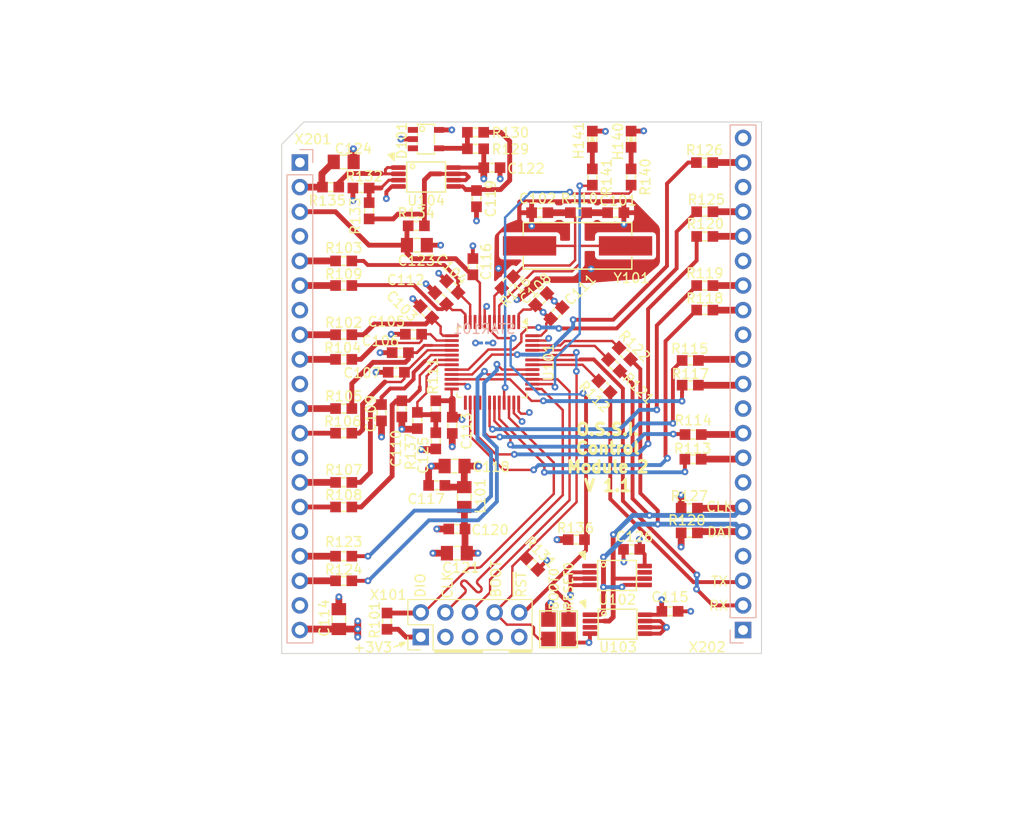
<source format=kicad_pcb>
(kicad_pcb (version 20240108) (generator "pcbnew") (generator_version "8.0")
  (layers (0 "F.Cu" signal) (1 "In1.Cu" signal) (2 "In2.Cu" signal) (31 "B.Cu" signal) (34 "B.Paste" user) (35 "F.Paste" user) (36 "B.SilkS" user "B.Silkscreen") (37 "F.SilkS" user "F.Silkscreen") (38 "B.Mask" user) (39 "F.Mask" user) (44 "Edge.Cuts" user))
  (net 0 "")
  (net 1 "GND")
  (net 2 "Net-(U101B-PH0{slash}OSC_IN)")
  (net 3 "Net-(C102-Pad2)")
  (net 4 "AGND")
  (net 5 "Net-(U101C-PA1{slash}ADC1_In6)")
  (net 6 "Net-(U101C-PA7{slash}ADC12_In12)")
  (net 7 "Net-(U101C-PA2{slash}ADC12_In7)")
  (net 8 "Net-(U101C-PA3{slash}ADC12_In8)")
  (net 9 "Net-(U101C-PA4{slash}ADC12_In9)")
  (net 10 "+3V3")
  (net 11 "Net-(U101C-PA5{slash}ADC12_In10)")
  (net 12 "Net-(U101C-PA6{slash}ADC12_In11)")
  (net 13 "Net-(U101C-PB0{slash}ADC12_In15)")
  (net 14 "2V50_REF")
  (net 15 "Net-(C119-Pad2)")
  (net 16 "1V25_REF")
  (net 19 "Net-(D101-K)")
  (net 20 "Net-(H140-PadA)")
  (net 21 "Net-(H141-PadA)")
  (net 22 "DC_Link_Voltage")
  (net 23 "AC_Grid_Voltage")
  (net 24 "AC_Current")
  (net 25 "AC_Relay_Voltage")
  (net 26 "DC_Input_Voltage")
  (net 27 "DC_Current")
  (net 28 "AC_Inverter_Voltage")
  (net 29 "Relay_Ctrl_Voltage")
  (net 30 "Net-(U101C-PB1{slash}ADC12_In16)")
  (net 31 "UART_TX")
  (net 32 "Net-(U101A-PB6{slash}UART1_TX)")
  (net 33 "HISIDE_PWM_µC")
  (net 34 "Boost_T1")
  (net 35 "Net-(U101A-PB13{slash}T1Ch1N)")
  (net 36 "Relay_Voltage_Ctrl")
  (net 37 "Net-(U101A-PB11{slash}T2Ch4)")
  (net 38 "Net-(U101B-PH1{slash}OSC_OUT)")
  (net 39 "Net-(U101A-PA8{slash}T1Ch1)")
  (net 40 "Bridge_T1")
  (net 41 "Net-(U101A-PA9{slash}T1Ch2)")
  (net 42 "Bridge_T2")
  (net 43 "Net-(U101A-PA10{slash}T1Ch3)")
  (net 44 "Bridge_T3")
  (net 45 "Net-(U101A-PA11{slash}T1Ch4)")
  (net 46 "Bridge_T4")
  (net 47 "Net-(U101A-PB14{slash}T1Ch2N)")
  (net 48 "I2C_Clk")
  (net 49 "Net-(U101A-PB8{slash}I2C1_Clk)")
  (net 50 "I2C_Dat")
  (net 51 "Net-(U101A-PB2)")
  (net 52 "LED_Red_Ctrl")
  (net 53 "Net-(U101A-PB4)")
  (net 54 "LED_Green_Ctrl")
  (net 55 "Net-(U101A-PB5)")
  (net 56 "Inv_Relay_Ctrl")
  (net 57 "Net-(U101A-PB9{slash}I2C1_Dat)")
  (net 58 "Grid_Relay_Ctrl")
  (net 59 "Net-(U101A-PA12)")
  (net 60 "Net-(R132-Pad1)")
  (net 61 "Net-(R133-Pad2)")
  (net 62 "Net-(R135-Pad1)")
  (net 63 "Net-(U101A-PA15)")
  (net 69 "Net-(U101A-PB10)")
  (net 70 "/SWD_DIO{slash}PA13")
  (net 71 "/TRACE_SWO{slash}PB3")
  (net 72 "/SWD_CLK{slash}PA14")
  (net 73 "UART_RX")
  (net 74 "/BOOT")
  (net 75 "/~{RESET}")
  (net 78 "+3V3_ANA")
  (footprint "OSSI_standard_footprints:0603_W_R" (layer "F.Cu") (at 143.330104 118.901427 135)
    (property "Reference" "R131")
    (property "Value" "10k")
  )
  (footprint "OSSI_standard_footprints:0603_W_R" (layer "F.Cu") (at 153.55 78.9658 90)
    (property "Reference" "R140")
    (property "Value" "220")
  )
  (footprint "OSSI_standard_footprints:0603_W_LED" (layer "F.Cu") (at 153.55 75.0658 90)
    (property "Reference" "H140")
    (property "Value" "LED gn")
  )
  (footprint "OSSI_standard_footprints:0603_W_C" (layer "F.Cu") (at 144.125 82.650001)
    (property "Reference" "C102")
    (property "Value" "12p")
  )
  (footprint "OSSI_standard_footprints:0603_W_R" (layer "F.Cu") (at 123.9 120.65 180)
    (property "Reference" "R124")
    (property "Value" "220")
  )
  (footprint "OSSI_standard_footprints:SOT-23-5" (layer "F.Cu") (at 132.3882 75.054 -90)
    (property "Reference" "D101")
    (property "Value" "LM4030")
  )
  (footprint "OSSI_standard_footprints:0603_W_R" (layer "F.Cu") (at 159.95 105.554 180)
    (property "Reference" "R114")
    (property "Value" "220")
  )
  (footprint "OSSI_standard_footprints:0603_W_R" (layer "F.Cu") (at 125.6882 80.104 180)
    (property "Reference" "R132")
    (property "Value" "1k0")
  )
  (footprint "OSSI_standard_footprints:JUMPER_OPEN" (layer "F.Cu") (at 147.1 125.65 90)
    (property "Reference" "RESET0")
    (property "Value" "Solder_bridge_open" (hide yes))
  )
  (footprint "OSSI_standard_footprints:0603_W_R" (layer "F.Cu") (at 159.65 100.454 180)
    (property "Reference" "R115")
    (property "Value" "220")
  )
  (footprint "OSSI_standard_footprints:0603_W_R" (layer "F.Cu") (at 123.9 102.87)
    (property "Reference" "R105")
    (property "Value" "220")
  )
  (footprint "OSSI_standard_footprints:0603_W_C" (layer "F.Cu") (at 157.5618 123.8 180)
    (property "Reference" "C115")
    (property "Value" "100n")
  )
  (footprint "OSSI_standard_footprints:0603_W_R" (layer "F.Cu") (at 123.9 118.11 180)
    (property "Reference" "R123")
    (property "Value" "220")
  )
  (footprint "OSSI_standard_footprints:0603_W_R" (layer "F.Cu") (at 140.8 89.85 45)
    (property "Reference" "R116")
    (property "Value" "0R0")
  )
  (footprint "OSSI_standard_footprints:0603_W_R" (layer "F.Cu") (at 151.8 98.4 -45)
    (property "Reference" "R121")
    (property "Value" "220")
  )
  (footprint "OSSI_standard_footprints:0603_W_C" (layer "F.Cu") (at 129.7382 97.1)
    (property "Reference" "C106")
    (property "Value" "10n")
  )
  (footprint "OSSI_standard_footprints:0805_W_L" (layer "F.Cu") (at 136.3368 112.004 -90)
    (property "Reference" "L101")
    (property "Value" "Ferrite")
  )
  (footprint "OSSI_standard_footprints:0603_W_R" (layer "F.Cu") (at 159.55 113.154)
    (property "Reference" "R127")
    (property "Value" "4k7")
  )
  (footprint "OSSI_standard_footprints:0603_W_R" (layer "F.Cu") (at 123.9 95.25)
    (property "Reference" "R102")
    (property "Value" "220")
  )
  (footprint "OSSI_standard_footprints:0603_W_R" (layer "F.Cu") (at 123.9 97.79)
    (property "Reference" "R104")
    (property "Value" "220")
  )
  (footprint "OSSI_standard_footprints:0603_W_R" (layer "F.Cu") (at 123.9 90.17)
    (property "Reference" "R109")
    (property "Value" "220")
  )
  (footprint "OSSI_standard_footprints:0603_W_C" (layer "F.Cu") (at 133.907303 91.507303 -45)
    (property "Reference" "C112")
    (property "Value" "10n")
  )
  (footprint "OSSI_standard_footprints:0603_W_R" (layer "F.Cu") (at 161.15 92.7)
    (property "Reference" "R118")
    (property "Value" "220")
  )
  (footprint "OSSI_standard_footprints:0603_W_R" (layer "F.Cu") (at 123.9 105.41)
    (property "Reference" "R106")
    (property "Value" "220")
  )
  (footprint "OSSI_standard_footprints:0603_W_C" (layer "F.Cu") (at 137.225 88.225 -90)
    (property "Reference" "C116")
    (property "Value" "100n")
  )
  (footprint "OSSI_standard_footprints:0603_W_C" (layer "F.Cu") (at 135.575 115.2974)
    (property "Reference" "C120")
    (property "Value" "100n")
  )
  (footprint "OSSI_standard_footprints:TSSOP8" (layer "F.Cu") (at 132.400559 78.966691 -90)
    (property "Reference" "U104")
    (property "Value" "OPA2317")
  )
  (footprint "OSSI_standard_footprints:0603_W_R" (layer "F.Cu") (at 161.15 90.175)
    (property "Reference" "R119")
    (property "Value" "220")
  )
  (footprint "OSSI_standard_footprints:0805_W_C" (layer "F.Cu") (at 123.9 77.404 180)
    (property "Reference" "C124")
    (property "Value" "1µ/6.3V")
  )
  (footprint "OSSI_standard_footprints:0603_W_R" (layer "F.Cu") (at 152.9 97.2 -45)
    (property "Reference" "R122")
    (property "Value" "220")
  )
  (footprint "OSSI_standard_footprints:0603_W_R" (layer "F.Cu") (at 131.3882 84.004 180)
    (property "Reference" "R134")
    (property "Value" "220")
  )
  (footprint "OSSI_standard_footprints:0603_W_C" (layer "F.Cu") (at 131.1 95.2)
    (property "Reference" "C105")
    (property "Value" "10n")
  )
  (footprint "OSSI_standard_footprints:JUMPER_OPEN" (layer "F.Cu") (at 145.025 125.65 -90)
    (property "Reference" "BOOT0")
    (property "Value" "Solder_bridge_open")
  )
  (footprint "OSSI_standard_footprints:0603_W_C" (layer "F.Cu") (at 133.4 106.2 90)
    (property "Reference" "C125")
    (property "Value" "10n")
  )
  (footprint "OSSI_standard_footprints:0603_W_R" (layer "F.Cu") (at 126.5264 82.454 -90)
    (property "Reference" "R133")
    (property "Value" "1k0")
  )
  (footprint "OSSI_standard_footprints:0603_W_R" (layer "F.Cu") (at 161.15 85.1)
    (property "Reference" "R120")
    (property "Value" "220")
  )
  (footprint "OSSI_standard_footprints:TSSOP8" (layer "F.Cu") (at 152.150001 125.129 -90)
    (property "Reference" "U103")
    (property "Value" "LM75B")
  )
  (footprint "OSSI_standard_footprints:0603_W_R" (layer "F.Cu") (at 137.5 76.054 180)
    (property "Reference" "R129")
    (property "Value" "3k3")
  )
  (footprint "OSSI_standard_footprints:0603_W_R" (layer "F.Cu") (at 123.9 110.49)
    (property "Reference" "R107")
    (property "Value" "220")
  )
  (footprint "OSSI_standard_footprints:0603_W_LED" (layer "F.Cu") (at 149.55 75.0658 90)
    (property "Reference" "H141")
    (property "Value" "LED rd")
  )
  (footprint "OSSI_standard_footprints:0603_W_R" (layer "F.Cu") (at 122.55 80.01 180)
    (property "Reference" "R135")
    (property "Value" "220")
  )
  (footprint "OSSI_standard_footprints:0603_W_C" (layer "F.Cu") (at 127.8 103.3 90)
    (property "Reference" "C109")
    (property "Value" "10n")
  )
  (footprint "OSSI_standard_footprints:0603_W_R" (layer "F.Cu") (at 148.125 82.65 180)
    (property "Reference" "R110")
    (property "Value" "1M0")
  )
  (footprint "OSSI_standard_footprints:0603_W_R" (layer "F.Cu") (at 159.9368 108.1 180)
    (property "Reference" "R113")
    (property "Value" "220")
  )
  (footprint "OSSI_standard_footprints:0603_W_R" (layer "F.Cu") (at 133.4 102.9 -90)
    (property "Reference" "R111")
    (property "Value" "10k")
  )
  (footprint "OSSI_standard_footprints:0805_W_C" (layer "F.Cu") (at 123.4 124.604 -90)
    (property "Reference" "C114")
    (property "Value" "1µ/6.3V")
  )
  (footprint "OSSI_standard_footprints:0603_W_C" (layer "F.Cu") (at 135.1 104.6 90)
    (property "Reference" "C113")
    (property "Value" "100n")
  )
  (footprint "OSSI_standard_footprints:0603_W_R" (layer "F.Cu") (at 123.9 113.03)
    (property "Reference" "R108")
    (property "Value" "220")
  )
  (footprint "OSSI_standard_footprints:0603_W_R" (layer "F.Cu") (at 161.125 77.475)
    (property "Reference" "R126")
    (property "Value" "220")
  )
  (footprint "OSSI_standard_footprints:0603_W_C" (layer "F.Cu") (at 132.407303 92.907303 -45)
    (property "Reference" "C103")
    (property "Value" "10n")
  )
  (footprint "Package_QFP:LQFP-48_7x7mm_P0.5mm" (layer "F.Cu") (at 139.2 98.1 -90)
    (property "Reference" "U101")
    (property "Value" "STM32L412C8T6")
  )
  (footprint "OSSI_standard_footprints:HC49_US" (layer "F.Cu") (at 148.025 86.075 180)
    (property "Reference" "Y101")
    (property "Value" "10MHz" (hide yes))
  )
  (footprint "OSSI_standard_footprints:0603_W_R" (layer "F.Cu") (at 149.55 78.9658 90)
    (property "Reference" "R141")
    (property "Value" "220")
  )
  (footprint "OSSI_standard_footprints:0603_W_C" (layer "F.Cu") (at 144.272103 91.575 -135)
    (property "Reference" "C108")
    (property "Value" "100n")
  )
  (footprint "OSSI_standard_footprints:0603_W_R" (layer "F.Cu") (at 159.55 115.704)
    (property "Reference" "R128")
    (property "Value" "4k7")
  )
  (footprint "OSSI_standard_footprints:0603_W_C" (layer "F.Cu") (at 153.6 117.4)
    (property "Reference" "C126")
    (property "Value" "100n")
  )
  (footprint "OSSI_standard_footprints:0603_W_C" (layer "F.Cu") (at 129.9 102.9 90)
    (property "Reference" "C110")
    (property "Value" "10n")
  )
  (footprint "Connector_PinHeader_2.54mm:PinHeader_2x05_P2.54mm_Vertical" (layer "F.Cu") (at 131.85 126.454 90)
    (property "Reference" "X101")
    (property "Value" "PINHEADER_2×5" (hide yes))
  )
  (footprint "OSSI_standard_footprints:0603_W_C" (layer "F.Cu") (at 135.107303 90.307303 -45)
    (property "Reference" "C104")
    (property "Value" "10n")
  )
  (footprint "OSSI_standard_footprints:0603_W_R" (layer "F.Cu") (at 161.15 82.55)
    (property "Reference" "R125")
    (property "Value" "220")
  )
  (footprint "OSSI_standard_footprints:0603_W_R" (layer "F.Cu") (at 147.9 116.4)
    (property "Reference" "R136")
    (property "Value" "10k")
  )
  (footprint "OSSI_standard_footprints:0603_W_R" (layer "F.Cu") (at 137.5 74.354)
    (property "Reference" "R130")
    (property "Value" "220")
  )
  (footprint "OSSI_standard_footprints:0603_W_C" (layer "F.Cu") (at 129.325 99.125)
    (property "Reference" "C107")
    (property "Value" "10n")
  )
  (footprint "OSSI_standard_footprints:0805_W_C" (layer "F.Cu") (at 131.45 86.004 180)
    (property "Reference" "C123")
    (property "Value" "1µ/6.3V")
  )
  (footprint "OSSI_standard_footprints:0603_W_C" (layer "F.Cu") (at 133.5 110.8)
    (property "Reference" "C117")
    (property "Value" "100n")
  )
  (footprint "OSSI_standard_footprints:0603_W_C" (layer "F.Cu") (at 137.6 81.2 90)
    (property "Reference" "C119")
    (property "Value" "10n")
  )
  (footprint "OSSI_standard_footprints:0805_W_C" (layer "F.Cu") (at 135.3368 108.804)
    (property "Reference" "C118")
    (property "Value" "1µ/6.3V")
  )
  (footprint "OSSI_standard_footprints:0603_W_R" (layer "F.Cu") (at 123.9 87.63)
    (property "Reference" "R103")
    (property "Value" "220")
  )
  (footprint "OSSI_standard_footprints:0603_W_R" (layer "F.Cu") (at 150.8 100.6 -45)
    (property "Reference" "R112")
    (property "Value" "220")
  )
  (footprint "OSSI_standard_footprints:0603_W_C" (layer "F.Cu") (at 151.963199 82.65 180)
    (property "Reference" "C101")
    (property "Value" "12p")
  )
  (footprint "OSSI_standard_footprints:0603_W_C" (layer "F.Cu") (at 145.85 93.025 -135)
    (property "Reference" "C111")
    (property "Value" "100n")
  )
  (footprint "OSSI_standard_footprints:0603_W_R" (layer "F.Cu") (at 128.37 124.814 90)
    (property "Reference" "R101")
    (property "Value" "10k")
  )
  (footprint "OSSI_standard_footprints:0603_W_R" (layer "F.Cu") (at 159.65 97.904)
    (property "Reference" "R117")
    (property "Value" "220")
  )
  (footprint "OSSI_standard_footprints:0603_W_C" (layer "F.Cu") (at 139.1882 78.004 180)
    (property "Reference" "C122")
    (property "Value" "100n")
  )
  (footprint "OSSI_standard_footprints:0805_W_C" (layer "F.Cu") (at 135.575 117.7974)
    (property "Reference" "C121")
    (property "Value" "1µ/6.3V")
  )
  (footprint "OSSI_standard_footprints:TSSOP8" (layer "F.Cu") (at 152.1 120.1 -90)
    (property "Reference" "U102")
    (property "Value" "M24M01")
  )
  (footprint "OSSI_standard_footprints:0603_W_R" (layer "F.Cu") (at 131.5 104.1 90)
    (property "Reference" "R137")
    (property "Value" "10k")
  )
  (footprint "Connector_PinHeader_2.54mm:PinHeader_1x20_P2.54mm_Vertical" (layer "B.Cu") (at 119.38 77.47 180)
    (property "Reference" "X201")
    (property "Value" "Conn_01x20_Pin")
  )
  (footprint "OSSI_standard_footprints:STARPOINT" (layer "B.Cu") (at 138.4 96.1)
    (property "Reference" "STAR101")
    (property "Value" "STARPOINT")
  )
  (footprint "Connector_PinHeader_2.54mm:PinHeader_1x21_P2.54mm_Vertical" (layer "B.Cu") (at 165.1 125.73)
    (property "Reference" "X202")
    (property "Value" "Conn_01x21_Pin")
  )
  (gr_rect (start 133.309414 127.922512) (end 138.209414 128.022512) (stroke (width 0.154)) (fill solid) (layer "F.SilkS"))
  (gr_line (start 130.3 127) (end 129.1 127.5) (stroke (width 0.154)) (layer "F.SilkS"))
  (gr_poly (pts (xy 130.3 127) (xy 129.669553 127.050338) (xy 129.825844 127.418538)) (stroke (width 0.154)) (fill solid) (layer "F.SilkS"))
  (gr_rect (start 140.968844 127.924499) (end 143.268844 128.020941) (stroke (width 0.154)) (fill solid) (layer "F.SilkS"))
  (gr_line (start 119.8 73.286) (end 167 73.286) (stroke (width 0.1)) (layer "Edge.Cuts"))
  (gr_line (start 117.5 128.15) (end 117.5 75.6) (stroke (width 0.1)) (layer "Edge.Cuts"))
  (gr_line (start 167 128.15) (end 117.5 128.15) (stroke (width 0.1)) (layer "Edge.Cuts"))
  (gr_line (start 117.5 75.6) (end 119.8 73.286) (stroke (width 0.1)) (layer "Edge.Cuts"))
  (gr_line (start 167 73.286) (end 167 128.15) (stroke (width 0.1)) (layer "Edge.Cuts"))
  (gr_text "~{RST}" (at 142.8 122.5 90) (layer "F.SilkS") (effects (font (size 1 1) (thickness 0.154)) (justify left bottom)))
  (gr_text "CLK" (at 161.2 113.6 0) (layer "F.SilkS") (effects (font (size 1 1) (thickness 0.154)) (justify left bottom)))
  (gr_text "O.S.S.I.\nControl\nModule 2\nV 1.1" (at 151.15 111.525 0) (layer "F.SilkS") (effects (font (size 1.2 1.2) (thickness 0.3) (bold yes)) (justify bottom)))
  (gr_text "TX" (at 161.7 121.3 0) (layer "F.SilkS") (effects (font (size 1 1) (thickness 0.154)) (justify left bottom)))
  (gr_text "BOOT" (at 140.2 122.5 90) (layer "F.SilkS") (effects (font (size 1 1) (thickness 0.154)) (justify left bottom)))
  (gr_text "+3V3" (at 124.8 128.1 0) (layer "F.SilkS") (effects (font (size 1 1) (thickness 0.154)) (justify left bottom)))
  (gr_text "DIO" (at 132.4 122.5 90) (layer "F.SilkS") (effects (font (size 1 1) (thickness 0.154)) (justify left bottom)))
  (gr_text "DAT" (at 161.3 116.2 0) (layer "F.SilkS") (effects (font (size 1 1) (thickness 0.154)) (justify left bottom)))
  (gr_text "CLK" (at 135.2 122.6 90) (layer "F.SilkS") (effects (font (size 1 1) (thickness 0.154)) (justify left bottom)))
  (gr_text "RX" (at 161.5 123.8 0) (layer "F.SilkS") (effects (font (size 1 1) (thickness 0.154)) (justify left bottom)))
  (segment (start 155.000001 126.104) (end 156.55 126.104) (width 0.4) (layer "F.Cu") (net 1))
  (segment (start 142.3 104.2) (end 141.45 103.35) (width 0.25) (layer "F.Cu") (net 1))
  (segment (start 144.8648 91.0148) (end 145.625 91.775) (width 0.4) (layer "F.Cu") (net 1))
  (segment (start 159.7 123.8) (end 158.4 123.8) (width 0.4) (layer "F.Cu") (net 1))
  (segment (start 134.7368 115.2974) (end 133.5 115.2974) (width 0.7) (layer "F.Cu") (net 1))
  (segment (start 147.3 121) (end 147.3 121.1) (width 0.4) (layer "F.Cu") (net 1))
  (segment (start 143.922801 119.477199) (end 143.922801 119.494124) (width 0.4) (layer "F.Cu") (net 1))
  (segment (start 144.85 118.55) (end 143.922801 119.477199) (width 0.4) (layer "F.Cu") (net 1))
  (segment (start 135.0375 100.35) (end 136.45 100.35) (width 0.25) (layer "F.Cu") (net 1))
  (segment (start 143.3 84.025) (end 143.3 82.663201) (width 0.4) (layer "F.Cu") (net 1))
  (segment (start 157.2 125.454) (end 156.55 124.804) (width 0.4) (layer "F.Cu") (net 1))
  (segment (start 152.8 83.85) (end 152.801399 83.848601) (width 0.4) (layer "F.Cu") (net 1))
  (segment (start 147.475 127.025) (end 149.2 127.025) (width 0.4) (layer "F.Cu") (net 1))
  (segment (start 140.65 84.025) (end 143.3 84.025) (width 0.25) (layer "F.Cu") (net 1))
  (segment (start 147.3 120) (end 147.3 120.4) (width 0.4) (layer "F.Cu") (net 1))
  (segment (start 147.1 126.65) (end 147.475 127.025) (width 0.4) (layer "F.Cu") (net 1))
  (segment (start 144.8245 95.85) (end 145.05 95.6245) (width 0.25) (layer "F.Cu") (net 1))
  (segment (start 146.282303 92.432303) (end 145.625 91.775) (width 0.4) (layer "F.Cu") (net 1))
  (segment (start 147.3 120.4) (end 147.325 120.425) (width 0.4) (layer "F.Cu") (net 1))
  (segment (start 149.25 119.775) (end 147.525 119.775) (width 0.4) (layer "F.Cu") (net 1))
  (segment (start 156.55 124.804) (end 155.000001 124.804) (width 0.4) (layer "F.Cu") (net 1))
  (segment (start 147.3 120.5) (end 147.3 121) (width 0.4) (layer "F.Cu") (net 1))
  (segment (start 123.4 123.579) (end 123.4 122.304) (width 0.7) (layer "F.Cu") (net 1))
  (segment (start 141.45 103.35) (end 141.45 102.2625) (width 0.25) (layer "F.Cu") (net 1))
  (segment (start 134.55 117.7974) (end 133.1 117.7974) (width 0.7) (layer "F.Cu") (net 1))
  (segment (start 149.300001 126.924999) (end 149.2 127.025) (width 0.4) (layer "F.Cu") (net 1))
  (segment (start 152.801399 83.848601) (end 152.801399 82.65) (width 0.4) (layer "F.Cu") (net 1))
  (segment (start 147.3 121) (end 147.3 120) (width 0.4) (layer "F.Cu") (net 1))
  (segment (start 157.2 125.454) (end 155.000001 125.454) (width 0.4) (layer "F.Cu") (net 1))
  (segment (start 149.25 120.425) (end 147.875 120.425) (width 0.4) (layer "F.Cu") (net 1))
  (segment (start 147.3 121.1) (end 149.225 121.1) (width 0.4) (layer "F.Cu") (net 1))
  (segment (start 147.3 120) (end 147.525 119.775) (width 0.4) (layer "F.Cu") (net 1))
  (segment (start 147.325 120.425) (end 147.875 120.425) (width 0.4) (layer "F.Cu") (net 1))
  (segment (start 139.65 85.025) (end 140.65 84.025) (width 0.25) (layer "F.Cu") (net 1))
  (segment (start 149.225 121.1) (end 149.25 121.075) (width 0.4) (layer "F.Cu") (net 1))
  (segment (start 153.55 74.2276) (end 154.8264 74.2276) (width 0.5) (layer "F.Cu") (net 1))
  (segment (start 154.8264 74.2276) (end 154.85 74.204) (width 0.5) (layer "F.Cu") (net 1))
  (segment (start 136.45 100.35) (end 136.7 100.6) (width 0.25) (layer "F.Cu") (net 1))
  (segment (start 152.7618 117.4) (end 152.7618 118.6618) (width 0.4) (layer "F.Cu") (net 1))
  (segment (start 147.875 120.425) (end 147.375 120.425) (width 0.4) (layer "F.Cu") (net 1))
  (segment (start 147.3 121.1) (end 147.3 122.1) (width 0.4) (layer "F.Cu") (net 1))
  (segment (start 149.300001 126.104) (end 149.300001 126.924999) (width 0.4) (layer "F.Cu") (net 1))
  (segment (start 139.65 88.175) (end 139.65 85.025) (width 0.25) (layer "F.Cu") (net 1))
  (segment (start 139.875 88.4) (end 139.65 88.175) (width 0.25) (layer "F.Cu") (net 1))
  (segment (start 149.55 74.2276) (end 150.8736 74.2276) (width 0.5) (layer "F.Cu") (net 1))
  (segment (start 156.55 126.104) (end 157.2 125.454) (width 0.4) (layer "F.Cu") (net 1))
  (segment (start 152.7618 118.6618) (end 152.8 118.7) (width 0.4) (layer "F.Cu") (net 1))
  (segment (start 143.3625 95.85) (end 144.8245 95.85) (width 0.25) (layer "F.Cu") (net 1))
  (segment (start 150.8736 74.2276) (end 150.9 74.254) (width 0.5) (layer "F.Cu") (net 1))
  (segment (start 135.1 105.4382) (end 135.1 106.8309) (width 0.7) (layer "F.Cu") (net 1))
  (segment (start 147.375 120.425) (end 147.3 120.5) (width 0.4) (layer "F.Cu") (net 1))
  (via (at 149.2 127.025) (size 0.7) (drill 0.3) (layers "F.Cu" "B.Cu") (net 1))
  (via (at 152.8 83.85) (size 0.7) (drill 0.3) (layers "F.Cu" "B.Cu") (net 1))
  (via (at 145.05 95.6245) (size 0.7) (drill 0.3) (layers "F.Cu" "B.Cu") (net 1))
  (via (at 152.8 118.7) (size 0.7) (drill 0.3) (layers "F.Cu" "B.Cu") (net 1))
  (via (at 133.1 117.7974) (size 0.7) (drill 0.3) (layers "F.Cu" "B.Cu") (net 1))
  (via (at 136.7 100.6) (size 0.7) (drill 0.3) (layers "F.Cu" "B.Cu") (net 1))
  (via (at 141.75 91.625) (size 0.7) (drill 0.3) (layers "F.Cu" "B.Cu") (net 1))
  (via (at 149.425 88.45) (size 0.7) (drill 0.3) (layers "F.Cu" "B.Cu") (net 1))
  (via (at 144.85 118.55) (size 0.7) (drill 0.3) (layers "F.Cu" "B.Cu") (net 1))
  (via (at 135.1 106.8) (size 0.7) (drill 0.3) (layers "F.Cu" "B.Cu") (net 1))
  (via (at 154.85 74.204) (size 0.7) (drill 0.3) (layers "F.Cu" "B.Cu") (net 1))
  (via (at 139.3 96.1) (size 0.7) (drill 0.3) (layers "F.Cu" "B.Cu") (net 1))
  (via (at 139.875 88.4) (size 0.7) (drill 0.3) (layers "F.Cu" "B.Cu") (net 1))
  (via (at 143.3 84.025) (size 0.7) (drill 0.3) (layers "F.Cu" "B.Cu") (net 1))
  (via (at 133.5 115.2974) (size 0.7) (drill 0.3) (layers "F.Cu" "B.Cu") (net 1))
  (via (at 159.7 123.8) (size 0.7) (drill 0.3) (layers "F.Cu" "B.Cu") (net 1))
  (via (at 123.4 122.304) (size 0.7) (drill 0.3) (layers "F.Cu" "B.Cu") (net 1))
  (via (at 157.2 125.454) (size 0.7) (drill 0.3) (layers "F.Cu" "B.Cu") (net 1))
  (via (at 147.3 122.1) (size 0.7) (drill 0.3) (layers "F.Cu" "B.Cu") (net 1))
  (via (at 142.3 104.2) (size 0.7) (drill 0.3) (layers "F.Cu" "B.Cu") (net 1))
  (via (at 150.9 74.254) (size 0.7) (drill 0.3) (layers "F.Cu" "B.Cu") (net 1))
  (via (at 145.625 91.775) (size 0.7) (drill 0.3) (layers "F.Cu" "B.Cu") (net 1))
  (segment (start 138.61 96.1) (end 139.3 96.1) (width 0.3) (layer "B.Cu") (net 1))
  (segment (start 147.45 88.7) (end 148.225 87.925) (width 0.25) (layer "F.Cu") (net 2))
  (segment (start 148.225 86.075) (end 152.975 86.075) (width 0.25) (layer "F.Cu") (net 2))
  (segment (start 148.225 86.075) (end 148.225 83.3882) (width 0.25) (layer "F.Cu") (net 2))
  (segment (start 139.95 92.236396) (end 143.486396 88.7) (width 0.25) (layer "F.Cu") (net 2))
  (segment (start 143.486396 88.7) (end 147.45 88.7) (width 0.25) (layer "F.Cu") (net 2))
  (segment (start 148.963201 82.65) (end 151.124999 82.65) (width 0.7) (layer "F.Cu") (net 2))
  (segment (start 139.95 93.9375) (end 139.95 92.236396) (width 0.25) (layer "F.Cu") (net 2))
  (segment (start 148.225 87.925) (end 148.225 86.075) (width 0.25) (layer "F.Cu") (net 2))
  (segment (start 148.225 83.3882) (end 148.9632 82.65) (width 0.25) (layer "F.Cu") (net 2))
  (segment (start 143.075 86.075) (end 147.75 86.075) (width 0.25) (layer "F.Cu") (net 3))
  (segment (start 147.75 86.075) (end 147.775 86.1) (width 0.25) (layer "F.Cu") (net 3))
  (segment (start 147.225 88.1) (end 142.55 88.1) (width 0.25) (layer "F.Cu") (net 3))
  (segment (start 142.55 88.1) (end 141.392697 89.257303) (width 0.25) (layer "F.Cu") (net 3))
  (segment (start 147.775 87.55) (end 147.225 88.1) (width 0.25) (layer "F.Cu") (net 3))
  (segment (start 147.775 86.1) (end 147.775 87.55) (width 0.25) (layer "F.Cu") (net 3))
  (segment (start 147.75 86.075) (end 147.775 86.05) (width 0.25) (layer "F.Cu") (net 3))
  (segment (start 144.9632 82.650001) (end 147.2868 82.65) (width 0.7) (layer "F.Cu") (net 3))
  (segment (start 147.775 86.05) (end 147.775 83.1382) (width 0.25) (layer "F.Cu") (net 3))
  (segment (start 147.775 83.1382) (end 147.2868 82.65) (width 0.25) (layer "F.Cu") (net 3))
  (segment (start 137.225 87.3) (end 137.225 86.075) (width 0.4) (layer "F.Cu") (net 4))
  (segment (start 137.6 83.5) (end 137.6 82.0382) (width 0.5) (layer "F.Cu") (net 4))
  (segment (start 132.9368 108.804) (end 132.6618 109.079) (width 0.7) (layer "F.Cu") (net 4))
  (segment (start 131.814606 92.314606) (end 131.028445 91.528445) (width 0.5) (layer "F.Cu") (net 4))
  (segment (start 133.349961 90.949962) (end 132.387023 89.987024) (width 0.5) (layer "F.Cu") (net 4))
  (segment (start 128.3 81.2) (end 128.3 80.5) (width 0.4) (layer "F.Cu") (net 4))
  (segment (start 128.3 80.5) (end 128.858309 79.941691) (width 0.4) (layer "F.Cu") (net 4))
  (segment (start 133.2875 107.1) (end 131.9125 107.1) (width 0.7) (layer "F.Cu") (net 4))
  (segment (start 134.3118 108.804) (end 132.9368 108.804) (width 0.7) (layer "F.Cu") (net 4))
  (segment (start 129.9 105) (end 129.9 103.7382) (width 0.7) (layer "F.Cu") (net 4))
  (segment (start 129.9 105) (end 131.4382 105) (width 0.7) (layer "F.Cu") (net 4))
  (segment (start 129.9691 95.2) (end 128.8309 95.2) (width 0.5) (layer "F.Cu") (net 4))
  (segment (start 138.45 93.9375) (end 138.45 92.525) (width 0.25) (layer "F.Cu") (net 4))
  (segment (start 128.858309 79.941691) (end 129.550559 79.941691) (width 0.4) (layer "F.Cu") (net 4))
  (segment (start 138.45 92.525) (end 138.65 92.325) (width 0.25) (layer "F.Cu") (net 4))
  (segment (start 127.8 104.1382) (end 127.8 105.8) (width 0.7) (layer "F.Cu") (net 4))
  (segment (start 132.475 86.004) (end 133.9 86.004) (width 0.5) (layer "F.Cu") (net 4))
  (segment (start 127.225 99.125) (end 128.4868 99.125) (width 0.5) (layer "F.Cu") (net 4))
  (segment (start 124.85 80.104) (end 124.85 81.404) (width 0.5) (layer "F.Cu") (net 4))
  (segment (start 133.7382 74.104) (end 135.05 74.104) (width 0.5) (layer "F.Cu") (net 4))
  (segment (start 132.6618 109.079) (end 132.6618 110.8) (width 0.7) (layer "F.Cu") (net 4))
  (segment (start 128.9 97.1) (end 127.65 97.1) (width 0.5) (layer "F.Cu") (net 4))
  (segment (start 131.4382 105) (end 131.5 104.9382) (width 0.7) (layer "F.Cu") (net 4))
  (segment (start 131.0382 75.054) (end 129.8 75.054) (width 0.5) (layer "F.Cu") (net 4))
  (segment (start 140.0264 78.004) (end 140.0264 79.1304) (width 0.5) (layer "F.Cu") (net 4))
  (segment (start 124.9 76.054) (end 124.9 77.379) (width 0.7) (layer "F.Cu") (net 4))
  (segment (start 140.0264 79.1304) (end 140.05 79.154) (width 0.5) (layer "F.Cu") (net 4))
  (segment (start 134.514606 89.714606) (end 133.7 88.9) (width 0.4) (layer "F.Cu") (net 4))
  (via (at 137.6 83.5) (size 0.7) (drill 0.3) (layers "F.Cu" "B.Cu") (net 4))
  (via (at 137.225 86.075) (size 0.7) (drill 0.3) (layers "F.Cu" "B.Cu") (net 4))
  (via (at 133.9 86.004) (size 0.7) (drill 0.3) (layers "F.Cu" "B.Cu") (net 4))
  (via (at 124.85 81.404) (size 0.7) (drill 0.3) (layers "F.Cu" "B.Cu") (net 4))
  (via (at 133.7 88.9) (size 0.7) (drill 0.3) (layers "F.Cu" "B.Cu") (net 4))
  (via (at 138.65 92.325) (size 0.7) (drill 0.3) (layers "F.Cu" "B.Cu") (net 4))
  (via (at 135.05 74.104) (size 0.7) (drill 0.3) (layers "F.Cu" "B.Cu") (net 4))
  (via (at 129.9 105) (size 0.7) (drill 0.3) (layers "F.Cu" "B.Cu") (net 4))
  (via (at 132.387023 89.987024) (size 0.7) (drill 0.3) (layers "F.Cu" "B.Cu") (net 4))
  (via (at 128.8 95.2) (size 0.7) (drill 0.3) (layers "F.Cu" "B.Cu") (net 4))
  (via (at 127.65 97.1) (size 0.7) (drill 0.3) (layers "F.Cu" "B.Cu") (net 4))
  (via (at 124.9 76.054) (size 0.7) (drill 0.3) (layers "F.Cu" "B.Cu") (net 4))
  (via (at 137.5 96.1) (size 0.7) (drill 0.3) (layers "F.Cu" "B.Cu") (net 4))
  (via (at 131.028445 91.528445) (size 0.7) (drill 0.3) (layers "F.Cu" "B.Cu") (net 4))
  (via (at 132.9368 108.804) (size 0.7) (drill 0.3) (layers "F.Cu" "B.Cu") (net 4))
  (via (at 140.05 79.154) (size 0.7) (drill 0.3) (layers "F.Cu" "B.Cu") (net 4))
  (via (at 128.3 81.2) (size 0.7) (drill 0.3) (layers "F.Cu" "B.Cu") (net 4))
  (via (at 127.225 99.125) (size 0.7) (drill 0.3) (layers "F.Cu" "B.Cu") (net 4))
  (via (at 127.8 105.8) (size 0.7) (drill 0.3) (layers "F.Cu" "B.Cu") (net 4))
  (via (at 131.9 107.1) (size 0.7) (drill 0.3) (layers "F.Cu" "B.Cu") (net 4))
  (via (at 129.8 75.054) (size 0.7) (drill 0.3) (layers "F.Cu" "B.Cu") (net 4))
  (segment (start 138.11875 96.1) (end 137.68125 96.1) (width 0.3) (layer "B.Cu") (net 4))
  (segment (start 136.95 92.15) (end 135.7 90.9) (width 0.25) (layer "F.Cu") (net 5))
  (segment (start 124.7382 87.63) (end 125.955 87.63) (width 0.4) (layer "F.Cu") (net 5))
  (segment (start 136.95 93.9375) (end 136.95 92.15) (width 0.25) (layer "F.Cu") (net 5))
  (segment (start 135.7 89.5) (end 135.7 90.9) (width 0.4) (layer "F.Cu") (net 5))
  (segment (start 126.375 88.05) (end 134.25 88.05) (width 0.4) (layer "F.Cu") (net 5))
  (segment (start 125.955 87.63) (end 126.375 88.05) (width 0.4) (layer "F.Cu") (net 5))
  (segment (start 134.25 88.05) (end 135.7 89.5) (width 0.4) (layer "F.Cu") (net 5))
  (segment (start 127.8 101.7) (end 127.8 102.4618) (width 0.4) (layer "F.Cu") (net 6))
  (segment (start 126.65 109.45) (end 126.65 103.15) (width 0.5) (layer "F.Cu") (net 6))
  (segment (start 126.65 103.15) (end 127.3382 102.4618) (width 0.5) (layer "F.Cu") (net 6))
  (segment (start 124.7382 110.49) (end 125.61 110.49) (width 0.5) (layer "F.Cu") (net 6))
  (segment (start 131.1132 99.840686) (end 130.153886 100.8) (width 0.4) (layer "F.Cu") (net 6))
  (segment (start 128.7 100.8) (end 127.8 101.7) (width 0.4) (layer "F.Cu") (net 6))
  (segment (start 132.9 97.35) (end 135.0375 97.35) (width 0.25) (layer "F.Cu") (net 6))
  (segment (start 130.153886 100.8) (end 128.7 100.8) (width 0.4) (layer "F.Cu") (net 6))
  (segment (start 132.2875 97.9625) (end 132.9 97.35) (width 0.25) (layer "F.Cu") (net 6))
  (segment (start 127.3382 102.4618) (end 127.8 102.4618) (width 0.5) (layer "F.Cu") (net 6))
  (segment (start 125.61 110.49) (end 126.65 109.45) (width 0.5) (layer "F.Cu") (net 6))
  (segment (start 131.1132 99.1368) (end 131.1132 99.840686) (width 0.4) (layer "F.Cu") (net 6))
  (segment (start 132.2875 97.9625) (end 131.1132 99.1368) (width 0.4) (layer "F.Cu") (net 6))
  (segment (start 133.6 92.6) (end 134.083706 92.6) (width 0.4) (layer "F.Cu") (net 7))
  (segment (start 124.7832 90.125) (end 131.125 90.125) (width 0.4) (layer "F.Cu") (net 7))
  (segment (start 136 92.7) (end 135.1 92.7) (width 0.25) (layer "F.Cu") (net 7))
  (segment (start 135.1 92.7) (end 134.5 92.1) (width 0.25) (layer "F.Cu") (net 7))
  (segment (start 136.45 93.9375) (end 136.45 93.15) (width 0.25) (layer "F.Cu") (net 7))
  (segment (start 136.45 93.15) (end 136 92.7) (width 0.25) (layer "F.Cu") (net 7))
  (segment (start 134.083706 92.6) (end 134.607303 92.076403) (width 0.4) (layer "F.Cu") (net 7))
  (segment (start 131.125 90.125) (end 133.6 92.6) (width 0.4) (layer "F.Cu") (net 7))
  (segment (start 135.0375 95.35) (end 134.15 95.35) (width 0.25) (layer "F.Cu") (net 8))
  (segment (start 133.9 95.1) (end 133.9 94.4) (width 0.25) (layer "F.Cu") (net 8))
  (segment (start 133.9 94.4) (end 133 93.5) (width 0.25) (layer "F.Cu") (net 8))
  (segment (start 134.15 95.35) (end 133.9 95.1) (width 0.25) (layer "F.Cu") (net 8))
  (segment (start 132.3578 94.1422) (end 133 93.5) (width 0.5) (layer "F.Cu") (net 8))
  (segment (start 124.7382 95.25) (end 125.95 95.25) (width 0.5) (layer "F.Cu") (net 8))
  (segment (start 127.0578 94.1422) (end 132.3578 94.1422) (width 0.5) (layer "F.Cu") (net 8))
  (segment (start 125.95 95.25) (end 127.0578 94.1422) (width 0.5) (layer "F.Cu") (net 8))
  (segment (start 131.9382 95.8618) (end 131.9382 95.2) (width 0.25) (layer "F.Cu") (net 9))
  (segment (start 129.3 96.0658) (end 129.3342 96.1) (width 0.25) (layer "F.Cu") (net 9))
  (segment (start 127.3882 96.0658) (end 125.664 97.79) (width 0.5) (layer "F.Cu") (net 9))
  (segment (start 125.664 97.79) (end 124.7382 97.79) (width 0.5) (layer "F.Cu") (net 9))
  (segment (start 133.5 95.85) (end 132.85 95.2) (width 0.25) (layer "F.Cu") (net 9))
  (segment (start 132.85 95.2) (end 131.9382 95.2) (width 0.25) (layer "F.Cu") (net 9))
  (segment (start 135.0375 95.85) (end 133.5 95.85) (width 0.25) (layer "F.Cu") (net 9))
  (segment (start 129.3 96.0658) (end 127.3882 96.0658) (width 0.5) (layer "F.Cu") (net 9))
  (segment (start 131.7 96.1) (end 131.9382 95.8618) (width 0.25) (layer "F.Cu") (net 9))
  (segment (start 129.3342 96.1) (end 131.7 96.1) (width 0.25) (layer "F.Cu") (net 9))
  (segment (start 136.4132 115.2974) (end 136.4132 117.6106) (width 0.7) (layer "F.Cu") (net 10))
  (segment (start 143.3625 95.35) (end 144.25 95.35) (width 0.25) (layer "F.Cu") (net 10))
  (segment (start 158.7118 117.1422) (end 158.7 117.154) (width 0.7) (layer "F.Cu") (net 10))
  (segment (start 135.1 103.7618) (end 135.1 103.4) (width 0.7) (layer "F.Cu") (net 10))
  (segment (start 145.9 116.4) (end 147.0618 116.4) (width 0.7) (layer "F.Cu") (net 10))
  (segment (start 135.0375 101.8375) (end 135.1 101.9) (width 0.25) (layer "F.Cu") (net 10))
  (segment (start 154.95 119.125) (end 154.95 117.9118) (width 0.4) (layer "F.Cu") (net 10))
  (segment (start 143.05 103.275) (end 142.925 103.4) (width 0.25) (layer "F.Cu") (net 10))
  (segment (start 123.4 125.629) (end 125.35 125.629) (width 0.7) (layer "F.Cu") (net 10))
  (segment (start 129.5272 125.6522) (end 130.329 126.454) (width 0.5) (layer "F.Cu") (net 10))
  (segment (start 135.8618 103.7618) (end 136.1 104) (width 0.7) (layer "F.Cu") (net 10))
  (segment (start 156.7 122.6) (end 156.7 123.7764) (width 0.5) (layer "F.Cu") (net 10))
  (segment (start 135.1 103.4) (end 135.1 101.9) (width 0.7) (layer "F.Cu") (net 10))
  (segment (start 144.8 94.075) (end 144.8 94.8) (width 0.25) (layer "F.Cu") (net 10))
  (segment (start 141.95 93.125) (end 142.425 92.65) (width 0.25) (layer "F.Cu") (net 10))
  (segment (start 143.717697 92.167697) (end 144.475 92.925) (width 0.4) (layer "F.Cu") (net 10))
  (segment (start 141.95 103.15) (end 141.95 102.2625) (width 0.25) (layer "F.Cu") (net 10))
  (segment (start 125.35 125.629) (end 125.35 126.454) (width 0.7) (layer "F.Cu") (net 10))
  (segment (start 133.4 102.0618) (end 134.9382 102.0618) (width 0.5) (layer "F.Cu") (net 10))
  (segment (start 158.7118 113.154) (end 158.7118 111.8158) (width 0.7) (layer "F.Cu") (net 10))
  (segment (start 154.95 117.9118) (end 154.4382 117.4) (width 0.4) (layer "F.Cu") (net 10))
  (segment (start 156.7236 123.8) (end 156.3696 124.154) (width 0.4) (layer "F.Cu") (net 10))
  (segment (start 156.3696 124.154) (end 155.000001 124.154) (width 0.4) (layer "F.Cu") (net 10))
  (segment (start 154.4382 116.4082) (end 154.4 116.37) (width 0.4) (layer "F.Cu") (net 10))
  (segment (start 158.7118 115.704) (end 158.7118 117.1422) (width 0.7) (layer "F.Cu") (net 10))
  (segment (start 142.2 103.4) (end 141.95 103.15) (width 0.25) (layer "F.Cu") (net 10))
  (segment (start 144.25 95.35) (end 144.8 94.8) (width 0.25) (layer "F.Cu") (net 10))
  (segment (start 143.197103 92.65) (end 143.679406 92.167697) (width 0.25) (layer "F.Cu") (net 10))
  (segment (start 130.329 126.454) (end 131.85 126.454) (width 0.5) (layer "F.Cu") (net 10))
  (segment (start 135.1 103.7618) (end 135.8618 103.7618) (width 0.7) (layer "F.Cu") (net 10))
  (segment (start 137.75 117.7974) (end 136.6 117.7974) (width 0.7) (layer "F.Cu") (net 10))
  (segment (start 158.7118 111.8158) (end 158.7 111.804) (width 0.7) (layer "F.Cu") (net 10))
  (segment (start 136.35 115.704) (end 136.35 113.0422) (width 0.7) (layer "F.Cu") (net 10))
  (segment (start 145.269477 122.894477) (end 145.025 123.138954) (width 0.7) (layer "F.Cu") (net 10))
  (segment (start 134.9382 102.0618) (end 135.1 101.9) (width 0.5) (layer "F.Cu") (net 10))
  (segment (start 141.95 93.9375) (end 141.95 93.125) (width 0.25) (layer "F.Cu") (net 10))
  (segment (start 142.425 92.65) (end 143.197103 92.65) (width 0.25) (layer "F.Cu") (net 10))
  (segment (start 145.257303 93.617697) (end 144.8 94.075) (width 0.25) (layer "F.Cu") (net 10))
  (segment (start 123.4 125.629) (end 119.565 125.629) (width 0.7) (layer "F.Cu") (net 10))
  (segment (start 125.35 125.629) (end 125.35 124.804) (width 0.7) (layer "F.Cu") (net 10))
  (segment (start 142.925 103.4) (end 142.2 103.4) (width 0.25) (layer "F.Cu") (net 10))
  (segment (start 145.025 123.138954) (end 145.025 124.65) (width 0.7) (layer "F.Cu") (net 10))
  (segment (start 128.37 125.6522) (end 129.5272 125.6522) (width 0.5) (layer "F.Cu") (net 10))
  (segment (start 135.0375 100.85) (end 135.0375 101.8375) (width 0.25) (layer "F.Cu") (net 10))
  (segment (start 145.167697 93.617697) (end 144.475 92.925) (width 0.4) (layer "F.Cu") (net 10))
  (segment (start 154.4382 117.4) (end 154.4382 116.4082) (width 0.4) (layer "F.Cu") (net 10))
  (via (at 137.75 117.7974) (size 0.7) (drill 0.3) (layers "F.Cu" "B.Cu") (net 10))
  (via (at 136.1 104) (size 0.7) (drill 0.3) (layers "F.Cu" "B.Cu") (net 10))
  (via (at 125.35 125.629) (size 0.7) (drill 0.3) (layers "F.Cu" "B.Cu") (net 10))
  (via (at 125.35 124.804) (size 0.7) (drill 0.3) (layers "F.Cu" "B.Cu") (net 10))
  (via (at 154.4 116.37) (size 0.7) (drill 0.3) (layers "F.Cu" "B.Cu") (net 10))
  (via (at 125.35 126.454) (size 0.7) (drill 0.3) (layers "F.Cu" "B.Cu") (net 10))
  (via (at 156.7 122.6) (size 0.7) (drill 0.3) (layers "F.Cu" "B.Cu") (net 10))
  (via (at 158.7 117.154) (size 0.7) (drill 0.3) (layers "F.Cu" "B.Cu") (net 10))
  (via (at 145.9 116.4) (size 0.7) (drill 0.3) (layers "F.Cu" "B.Cu") (net 10))
  (via (at 143.05 103.275) (size 0.7) (drill 0.3) (layers "F.Cu" "B.Cu") (net 10))
  (via (at 145.269477 122.894477) (size 0.7) (drill 0.3) (layers "F.Cu" "B.Cu") (net 10))
  (via (at 144.475 92.925) (size 0.7) (drill 0.3) (layers "F.Cu" "B.Cu") (net 10))
  (via (at 158.7 111.804) (size 0.7) (drill 0.3) (layers "F.Cu" "B.Cu") (net 10))
  (segment (start 135.0375 96.35) (end 133.017604 96.35) (width 0.25) (layer "F.Cu") (net 11))
  (segment (start 126.925 98.1) (end 130.25 98.1) (width 0.5) (layer "F.Cu") (net 11))
  (segment (start 130.5764 97.1) (end 131.45 97.1) (width 0.3) (layer "F.Cu") (net 11))
  (segment (start 130.5764 97.7736) (end 130.5764 97.1) (width 0.5) (layer "F.Cu") (net 11))
  (segment (start 130.25 98.1) (end 130.5764 97.7736) (width 0.5) (layer "F.Cu") (net 11))
  (segment (start 124.7382 102.87) (end 124.7382 100.2868) (width 0.5) (layer "F.Cu") (net 11))
  (segment (start 124.7382 100.2868) (end 126.925 98.1) (width 0.5) (layer "F.Cu") (net 11))
  (segment (start 131.45 97.1) (end 132.2 96.35) (width 0.3) (layer "F.Cu") (net 11))
  (segment (start 132.2 96.35) (end 133.017604 96.35) (width 0.3) (layer "F.Cu") (net 11))
  (segment (start 132.55 96.85) (end 135.0375 96.85) (width 0.25) (layer "F.Cu") (net 12))
  (segment (start 130.275 99.125) (end 132.55 96.85) (width 0.25) (layer "F.Cu") (net 12))
  (segment (start 128.15 100.125) (end 125.85 102.425) (width 0.5) (layer "F.Cu") (net 12))
  (segment (start 128.15 100.125) (end 129.825 100.125) (width 0.25) (layer "F.Cu") (net 12))
  (segment (start 130.1632 99.7868) (end 130.1632 99.125) (width 0.25) (layer "F.Cu") (net 12))
  (segment (start 129.825 100.125) (end 130.1632 99.7868) (width 0.25) (layer "F.Cu") (net 12))
  (segment (start 125.85 102.425) (end 125.85 105.05) (width 0.5) (layer "F.Cu") (net 12))
  (segment (start 125.49 105.41) (end 124.7382 105.41) (width 0.5) (layer "F.Cu") (net 12))
  (segment (start 125.85 105.05) (end 125.49 105.41) (width 0.5) (layer "F.Cu") (net 12))
  (segment (start 129.3382 102.0618) (end 129.9 102.0618) (width 0.5) (layer "F.Cu") (net 13))
  (segment (start 128.9 109.829) (end 128.9 102.5) (width 0.5) (layer "F.Cu") (net 13))
  (segment (start 135.0375 97.85) (end 133.35 97.85) (width 0.25) (layer "F.Cu") (net 13))
  (segment (start 124.7382 113.03) (end 125.699 113.03) (width 0.5) (layer "F.Cu") (net 13))
  (segment (start 130.6382 102.0618) (end 131.75 100.95) (width 0.4) (layer "F.Cu") (net 13))
  (segment (start 133.35 97.85) (end 131.75 99.45) (width 0.25) (layer "F.Cu") (net 13))
  (segment (start 131.75 100.95) (end 131.75 100.65) (width 0.4) (layer "F.Cu") (net 13))
  (segment (start 125.699 113.03) (end 128.9 109.829) (width 0.5) (layer "F.Cu") (net 13))
  (segment (start 128.9 102.5) (end 129.3382 102.0618) (width 0.5) (layer "F.Cu") (net 13))
  (segment (start 131.75 99.45) (end 131.75 100.65) (width 0.25) (layer "F.Cu") (net 13))
  (segment (start 129.9 102.0618) (end 130.6382 102.0618) (width 0.4) (layer "F.Cu") (net 13))
  (segment (start 137.95 93.9375) (end 137.95 89.9) (width 0.25) (layer "F.Cu") (net 14))
  (segment (start 131.000196 87.400196) (end 135.450196 87.400196) (width 0.5) (layer "F.Cu") (net 14))
  (segment (start 126.504 86.004) (end 130.425 86.004) (width 0.5) (layer "F.Cu") (net 14))
  (segment (start 119.464 82.55) (end 123.05 82.55) (width 0.5) (layer "F.Cu") (net 14))
  (segment (start 137.95 89.9) (end 137.242697 89.192697) (width 0.25) (layer "F.Cu") (net 14))
  (segment (start 130.425 86.004) (end 130.425 86.825) (width 0.5) (layer "F.Cu") (net 14))
  (segment (start 130.425 86.004) (end 130.425 84.129) (width 0.5) (layer "F.Cu") (net 14))
  (segment (start 123.05 82.55) (end 126.504 86.004) (width 0.5) (layer "F.Cu") (net 14))
  (segment (start 135.450196 87.400196) (end 137.242697 89.192697) (width 0.5) (layer "F.Cu") (net 14))
  (segment (start 130.425 86.825) (end 131.000196 87.400196) (width 0.5) (layer "F.Cu") (net 14))
  (segment (start 136.179891 79.941691) (end 135.250559 79.941691) (width 0.4) (layer "F.Cu") (net 15))
  (segment (start 141.0264 79.308971) (end 141.0264 75.2804) (width 0.5) (layer "F.Cu") (net 15))
  (segment (start 140.073571 80.2618) (end 141.0264 79.308971) (width 0.5) (layer "F.Cu") (net 15))
  (segment (start 136.5 80.2618) (end 136.179891 79.941691) (width 0.4) (layer "F.Cu") (net 15))
  (segment (start 140.1 74.354) (end 138.3382 74.354) (width 0.5) (layer "F.Cu") (net 15))
  (segment (start 136.5 80.2618) (end 140.073571 80.2618) (width 0.5) (layer "F.Cu") (net 15))
  (segment (start 141.0264 75.2804) (end 140.1 74.354) (width 0.5) (layer "F.Cu") (net 15))
  (segment (start 121.65 80.0422) (end 121.65 78.629) (width 0.7) (layer "F.Cu") (net 16))
  (segment (start 119.464 80.01) (end 121.5378 80.01) (width 0.7) (layer "F.Cu") (net 16))
  (segment (start 121.65 78.629) (end 122.875 77.404) (width 0.7) (layer "F.Cu") (net 16))
  (segment (start 136.6618 76.054) (end 136.6618 74.354) (width 0.5) (layer "F.Cu") (net 19))
  (segment (start 133.7382 76.004) (end 136.05 76.004) (width 0.5) (layer "F.Cu") (net 19))
  (segment (start 153.55 75.904) (end 153.55 78.1276) (width 0.5) (layer "F.Cu") (net 20))
  (segment (start 149.55 75.904) (end 149.55 78.1276) (width 0.5) (layer "F.Cu") (net 21))
  (segment (start 123.0618 95.25) (end 119.38 95.25) (width 0.7) (layer "F.Cu") (net 22))
  (segment (start 123.0618 87.63) (end 119.464 87.63) (width 0.7) (layer "F.Cu") (net 23))
  (segment (start 123.0618 97.79) (end 119.464 97.79) (width 0.7) (layer "F.Cu") (net 24))
  (segment (start 123.0618 102.87) (end 119.464 102.87) (width 0.7) (layer "F.Cu") (net 25))
  (segment (start 123.0618 105.41) (end 119.484 105.41) (width 0.5) (layer "F.Cu") (net 26))
  (segment (start 123.0618 110.49) (end 119.624 110.49) (width 0.7) (layer "F.Cu") (net 27))
  (segment (start 123.0618 113.03) (end 119.464 113.03) (width 0.5) (layer "F.Cu") (net 28))
  (segment (start 123.0618 90.17) (end 119.124 90.17) (width 0.7) (layer "F.Cu") (net 29))
  (segment (start 132.45 101.25) (end 131.5 102.2) (width 0.25) (layer "F.Cu") (net 30))
  (segment (start 132.45 99.525) (end 132.45 101.25) (width 0.25) (layer "F.Cu") (net 30))
  (segment (start 135.0375 98.35) (end 133.625 98.35) (width 0.25) (layer "F.Cu") (net 30))
  (segment (start 133.625 98.35) (end 132.45 99.525) (width 0.25) (layer "F.Cu") (net 30))
  (segment (start 133.4 103.7382) (end 133.1618 103.5) (width 0.5) (layer "F.Cu") (net 30))
  (segment (start 133.4 105.3618) (end 133.4 103.7382) (width 0.5) (layer "F.Cu") (net 30))
  (segment (start 131.5 102.2) (end 131.5 103.2618) (width 0.25) (layer "F.Cu") (net 30))
  (segment (start 131.7382 103.5) (end 131.5 103.2618) (width 0.5) (layer "F.Cu") (net 30))
  (segment (start 133.1618 103.5) (end 131.7382 103.5) (width 0.5) (layer "F.Cu") (net 30))
  (segment (start 164.966 120.784) (end 159.984 120.784) (width 0.4) (layer "F.Cu") (net 31))
  (segment (start 151.4 101.2) (end 151.392697 101.192697) (width 0.4) (layer "F.Cu") (net 31))
  (segment (start 159.984 120.784) (end 151.4 112.2) (width 0.4) (layer "F.Cu") (net 31))
  (segment (start 151.4 112.2) (end 151.4 101.2) (width 0.4) (layer "F.Cu") (net 31))
  (segment (start 143.3625 98.35) (end 148.55 98.35) (width 0.25) (layer "F.Cu") (net 32))
  (segment (start 148.55 98.35) (end 150.207303 100.007303) (width 0.25) (layer "F.Cu") (net 32))
  (segment (start 164.71 108.084) (end 160.791 108.084) (width 0.7) (layer "F.Cu") (net 33))
  (segment (start 164.71 105.544) (end 160.7982 105.544) (width 0.7) (layer "F.Cu") (net 34))
  (segment (start 157.1 107.8) (end 157.1 95.9118) (width 0.4) (layer "F.Cu") (net 35))
  (segment (start 136.95 105.75) (end 136.95 102.2625) (width 0.25) (layer "F.Cu") (net 35))
  (segment (start 157.1 95.9118) (end 160.3118 92.7) (width 0.4) (layer "F.Cu") (net 35))
  (segment (start 140.4 109.2) (end 136.95 105.75) (width 0.25) (layer "F.Cu") (net 35))
  (segment (start 143.5 109.2) (end 140.4 109.2) (width 0.25) (layer "F.Cu") (net 35))
  (segment (start 157.3 108) (end 157.1 107.8) (width 0.4) (layer "F.Cu") (net 35))
  (via (at 157.3 108) (size 0.7) (drill 0.3) (layers "F.Cu" "B.Cu") (net 35))
  (via (at 143.5 109.2) (size 0.7) (drill 0.3) (layers "F.Cu" "B.Cu") (net 35))
  (segment (start 144 108.7) (end 143.5 109.2) (width 0.4) (layer "B.Cu") (net 35))
  (segment (start 157.3 108) (end 156.6 108.7) (width 0.4) (layer "B.Cu") (net 35))
  (segment (start 156.6 108.7) (end 144 108.7) (width 0.4) (layer "B.Cu") (net 35))
  (segment (start 164.71 100.464) (end 160.4982 100.464) (width 0.7) (layer "F.Cu") (net 36))
  (segment (start 143.275 102.075) (end 141.05 99.85) (width 0.25) (layer "F.Cu") (net 37))
  (segment (start 158.8118 101.2368) (end 158.8118 100.454) (width 0.4) (layer "F.Cu") (net 37))
  (segment (start 158.8 102.1) (end 158.8 101.2486) (width 0.4) (layer "F.Cu") (net 37))
  (segment (start 158.8 101.2486) (end 158.8118 101.2368) (width 0.4) (layer "F.Cu") (net 37))
  (segment (start 144.5 102.075) (end 143.275 102.075) (width 0.25) (layer "F.Cu") (net 37))
  (segment (start 141.05 99.85) (end 135.0375 99.85) (width 0.25) (layer "F.Cu") (net 37))
  (via (at 144.5 102.075) (size 0.7) (drill 0.3) (layers "F.Cu" "B.Cu") (net 37))
  (via (at 158.8 102.1) (size 0.7) (drill 0.3) (layers "F.Cu" "B.Cu") (net 37))
  (segment (start 158.8 102.1) (end 144.525 102.1) (width 0.4) (layer "B.Cu") (net 37))
  (segment (start 144.525 102.1) (end 144.5 102.075) (width 0.4) (layer "B.Cu") (net 37))
  (segment (start 139.45 91.25) (end 140.05 90.65) (width 0.25) (layer "F.Cu") (net 38))
  (segment (start 139.45 93.9375) (end 139.45 91.25) (width 0.25) (layer "F.Cu") (net 38))
  (segment (start 157.8618 104.4) (end 157.8618 98.854) (width 0.4) (layer "F.Cu") (net 39))
  (segment (start 140 105.8) (end 138.875 105.8) (width 0.25) (layer "F.Cu") (net 39))
  (segment (start 157.8618 98.854) (end 158.8118 97.904) (width 0.4) (layer "F.Cu") (net 39))
  (segment (start 138.45 105.375) (end 138.45 102.2625) (width 0.25) (layer "F.Cu") (net 39))
  (segment (start 138.875 105.8) (end 138.45 105.375) (width 0.25) (layer "F.Cu") (net 39))
  (via (at 140 105.8) (size 0.7) (drill 0.3) (layers "F.Cu" "B.Cu") (net 39))
  (via (at 157.8618 104.4) (size 0.7) (drill 0.3) (layers "F.Cu" "B.Cu") (net 39))
  (segment (start 157.8618 104.4) (end 154.4 104.4) (width 0.4) (layer "B.Cu") (net 39))
  (segment (start 153 105.8) (end 140 105.8) (width 0.4) (layer "B.Cu") (net 39))
  (segment (start 154.4 104.4) (end 153 105.8) (width 0.4) (layer "B.Cu") (net 39))
  (segment (start 165.1 97.79) (end 160.6422 97.79) (width 0.7) (layer "F.Cu") (net 40))
  (segment (start 139.25 105) (end 138.95 104.7) (width 0.25) (layer "F.Cu") (net 41))
  (segment (start 156.2 94.2868) (end 160.3118 90.175) (width 0.4) (layer "F.Cu") (net 41))
  (segment (start 156.2 103) (end 156.2 94.2868) (width 0.4) (layer "F.Cu") (net 41))
  (segment (start 138.95 104.7) (end 138.95 102.2625) (width 0.25) (layer "F.Cu") (net 41))
  (via (at 156.2 103) (size 0.7) (drill 0.3) (layers "F.Cu" "B.Cu") (net 41))
  (via (at 139.25 105) (size 0.7) (drill 0.3) (layers "F.Cu" "B.Cu") (net 41))
  (segment (start 154.4 103) (end 152.4 105) (width 0.4) (layer "B.Cu") (net 41))
  (segment (start 152.4 105) (end 139.25 105) (width 0.4) (layer "B.Cu") (net 41))
  (segment (start 156.2 103) (end 154.4 103) (width 0.4) (layer "B.Cu") (net 41))
  (segment (start 165.1 92.71) (end 161.9982 92.71) (width 0.7) (layer "F.Cu") (net 42))
  (segment (start 139.45 104.15) (end 139.45 102.2625) (width 0.25) (layer "F.Cu") (net 43))
  (segment (start 157.9 105.5) (end 159.0578 105.5) (width 0.4) (layer "F.Cu") (net 43))
  (segment (start 141.1 105.8) (end 139.45 104.15) (width 0.25) (layer "F.Cu") (net 43))
  (segment (start 141.1 106.6) (end 141.1 105.8) (width 0.25) (layer "F.Cu") (net 43))
  (via (at 141.1 106.6) (size 0.7) (drill 0.3) (layers "F.Cu" "B.Cu") (net 43))
  (via (at 157.9 105.5) (size 0.7) (drill 0.3) (layers "F.Cu" "B.Cu") (net 43))
  (segment (start 154.9 105.5) (end 157.9 105.5) (width 0.4) (layer "B.Cu") (net 43))
  (segment (start 141.1 106.6) (end 141.3 106.8) (width 0.4) (layer "B.Cu") (net 43))
  (segment (start 141.3 106.8) (end 153.6 106.8) (width 0.4) (layer "B.Cu") (net 43))
  (segment (start 153.6 106.8) (end 154.9 105.5) (width 0.4) (layer "B.Cu") (net 43))
  (segment (start 165.1 90.17) (end 161.9932 90.17) (width 0.7) (layer "F.Cu") (net 44))
  (segment (start 144.6 109.45) (end 144.6 108.6) (width 0.25) (layer "F.Cu") (net 45))
  (segment (start 139.95 103.95) (end 139.95 102.2625) (width 0.25) (layer "F.Cu") (net 45))
  (segment (start 159.0986 109.3986) (end 159.0986 108.1) (width 0.4) (layer "F.Cu") (net 45))
  (segment (start 159.1 109.4) (end 159.0986 109.3986) (width 0.4) (layer "F.Cu") (net 45))
  (segment (start 144.6 108.6) (end 139.95 103.95) (width 0.25) (layer "F.Cu") (net 45))
  (via (at 144.6 109.45) (size 0.7) (drill 0.3) (layers "F.Cu" "B.Cu") (net 45))
  (via (at 159.1 109.4) (size 0.7) (drill 0.3) (layers "F.Cu" "B.Cu") (net 45))
  (segment (start 159.05 109.45) (end 159.1 109.4) (width 0.4) (layer "B.Cu") (net 45))
  (segment (start 144.6 109.45) (end 159.05 109.45) (width 0.4) (layer "B.Cu") (net 45))
  (segment (start 165.1 85.09) (end 161.9982 85.09) (width 0.7) (layer "F.Cu") (net 46))
  (segment (start 155.3 106.5) (end 155.3 92.6) (width 0.4) (layer "F.Cu") (net 47))
  (segment (start 160.3118 87.5882) (end 160.3118 85.1) (width 0.4) (layer "F.Cu") (net 47))
  (segment (start 137.45 105.45) (end 137.45 102.2625) (width 0.25) (layer "F.Cu") (net 47))
  (segment (start 155.3 92.6) (end 160.3118 87.5882) (width 0.4) (layer "F.Cu") (net 47))
  (segment (start 141.5 107.6) (end 139.6 107.6) (width 0.25) (layer "F.Cu") (net 47))
  (segment (start 139.6 107.6) (end 137.45 105.45) (width 0.25) (layer "F.Cu") (net 47))
  (via (at 141.5 107.6) (size 0.7) (drill 0.3) (layers "F.Cu" "B.Cu") (net 47))
  (via (at 155.3 106.5) (size 0.7) (drill 0.3) (layers "F.Cu" "B.Cu") (net 47))
  (segment (start 154.2 107.6) (end 155.3 106.5) (width 0.4) (layer "B.Cu") (net 47))
  (segment (start 141.5 107.6) (end 154.2 107.6) (width 0.4) (layer "B.Cu") (net 47))
  (segment (start 152.5 99.1) (end 152.4 99.1) (width 0.4) (layer "F.Cu") (net 48))
  (segment (start 151.725 120.425) (end 151.7 120.4) (width 0.4) (layer "F.Cu") (net 48))
  (segment (start 153.7 112.16) (end 153.7 100.3) (width 0.4) (layer "F.Cu") (net 48))
  (segment (start 153.7 100.3) (end 152.5 99.1) (width 0.4) (layer "F.Cu") (net 48))
  (segment (start 151.7 115.9) (end 151.7 120.4) (width 0.5) (layer "F.Cu") (net 48))
  (segment (start 149.300001 124.804) (end 150.796 124.804) (width 0.4) (layer "F.Cu") (net 48))
  (segment (start 151.7 124.394) (end 151.294 124.8) (width 0.5) (layer "F.Cu") (net 48))
  (segment (start 151.7 120.4) (end 151.7 124.394) (width 0.5) (layer "F.Cu") (net 48))
  (segment (start 155.44 113.9) (end 153.7 112.16) (width 0.4) (layer "F.Cu") (net 48))
  (segment (start 151.725 115.875) (end 151.7 115.9) (width 0.5) (layer "F.Cu") (net 48))
  (segment (start 154.95 120.425) (end 151.725 120.425) (width 0.4) (layer "F.Cu") (net 48))
  (segment (start 151.294 124.8) (end 150.8 124.8) (width 0.5) (layer "F.Cu") (net 48))
  (segment (start 150.796 124.804) (end 150.8 124.8) (width 0.4) (layer "F.Cu") (net 48))
  (segment (start 164.71 113.164) (end 160.3982 113.164) (width 0.7) (layer "F.Cu") (net 48))
  (via (at 155.44 113.9) (size 0.7) (drill 0.3) (layers "F.Cu" "B.Cu") (net 48))
  (via (at 151.725 115.875) (size 0.7) (drill 0.3) (layers "F.Cu" "B.Cu") (net 48))
  (segment (start 155.44 113.9) (end 164.23 113.9) (width 0.5) (layer "B.Cu") (net 48))
  (segment (start 164.23 113.9) (end 165.1 113.03) (width 0.5) (layer "B.Cu") (net 48))
  (segment (start 151.725 115.875) (end 153.7 113.9) (width 0.5) (layer "B.Cu") (net 48))
  (segment (start 153.7 113.9) (end 155.44 113.9) (width 0.5) (layer "B.Cu") (net 48))
  (segment (start 149.8 96.4) (end 151.207303 97.807303) (width 0.25) (layer "F.Cu") (net 49))
  (segment (start 146.381801 96.85) (end 146.831801 96.4) (width 0.25) (layer "F.Cu") (net 49))
  (segment (start 143.3625 96.85) (end 146.381801 96.85) (width 0.25) (layer "F.Cu") (net 49))
  (segment (start 146.831801 96.4) (end 149.8 96.4) (width 0.25) (layer "F.Cu") (net 49))
  (segment (start 154.95 121.075) (end 152.825 121.075) (width 0.4) (layer "F.Cu") (net 50))
  (segment (start 150.7 121.3) (end 150.7 123.8) (width 0.5) (layer "F.Cu") (net 50))
  (segment (start 156.3 114.8) (end 156.3 113.4) (width 0.4) (layer "F.Cu") (net 50))
  (segment (start 164.71 115.704) (end 164.576 115.57) (width 0.7) (layer "F.Cu") (net 50))
  (segment (start 150.7 118.2) (end 150.7 121.3) (width 0.5) (layer "F.Cu") (net 50))
  (segment (start 156.3 113.4) (end 154.5 111.6) (width 0.4) (layer "F.Cu") (net 50))
  (segment (start 154.5 98.8) (end 153.5 97.8) (width 0.4) (layer "F.Cu") (net 50))
  (segment (start 150.346 124.154) (end 150.7 123.8) (width 0.4) (layer "F.Cu") (net 50))
  (segment (start 164.576 115.57) (end 160.5222 115.57) (width 0.7) (layer "F.Cu") (net 50))
  (segment (start 152.825 121.075) (end 152.6 121.3) (width 0.4) (layer "F.Cu") (net 50))
  (segment (start 154.5 111.6) (end 154.5 98.8) (width 0.4) (layer "F.Cu") (net 50))
  (segment (start 149.300001 124.154) (end 150.346 124.154) (width 0.4) (layer "F.Cu") (net 50))
  (via (at 150.7 118.2) (size 0.7) (drill 0.3) (layers "F.Cu" "B.Cu") (net 50))
  (via (at 152.6 121.3) (size 0.7) (drill 0.3) (layers "F.Cu" "B.Cu") (net 50))
  (via (at 156.3 114.8) (size 0.7) (drill 0.3) (layers "F.Cu" "B.Cu") (net 50))
  (via (at 150.7 121.3) (size 0.7) (drill 0.3) (layers "F.Cu" "B.Cu") (net 50))
  (segment (start 154.2 114.8) (end 156.3 114.8) (width 0.5) (layer "B.Cu") (net 50))
  (segment (start 152.6 121.3) (end 150.7 121.3) (width 0.4) (layer "B.Cu") (net 50))
  (segment (start 150.7 118.2) (end 150.8 118.2) (width 0.5) (layer "B.Cu") (net 50))
  (segment (start 150.8 118.2) (end 154.2 114.8) (width 0.5) (layer "B.Cu") (net 50))
  (segment (start 164.33 114.8) (end 165.1 115.57) (width 0.5) (layer "B.Cu") (net 50))
  (segment (start 156.3 114.8) (end 164.33 114.8) (width 0.5) (layer "B.Cu") (net 50))
  (segment (start 141.370405 96.775) (end 141.520405 96.625) (width 0.25) (layer "F.Cu") (net 51))
  (segment (start 142.225 95.182236) (end 142.907236 94.5) (width 0.25) (layer "F.Cu") (net 51))
  (segment (start 135.0375 98.85) (end 136.75025 98.85) (width 0.25) (layer "F.Cu") (net 51))
  (segment (start 152.05 94.6) (end 158.25 88.4) (width 0.4) (layer "F.Cu") (net 51))
  (segment (start 142.225 95.975) (end 142.225 95.182236) (width 0.25) (layer "F.Cu") (net 51))
  (segment (start 142.907236 94.5) (end 144 94.5) (width 0.25) (layer "F.Cu") (net 51))
  (segment (start 141.520405 96.625) (end 141.575 96.625) (width 0.25) (layer "F.Cu") (net 51))
  (segment (start 138.82525 96.775) (end 141.370405 96.775) (width 0.25) (layer "F.Cu") (net 51))
  (segment (start 146.1 94.6) (end 152.05 94.6) (width 0.4) (layer "F.Cu") (net 51))
  (segment (start 158.25 84.6118) (end 160.3118 82.55) (width 0.4) (layer "F.Cu") (net 51))
  (segment (start 141.575 96.625) (end 142.225 95.975) (width 0.25) (layer "F.Cu") (net 51))
  (segment (start 136.75025 98.85) (end 138.82525 96.775) (width 0.25) (layer "F.Cu") (net 51))
  (segment (start 158.25 88.4) (end 158.25 84.6118) (width 0.4) (layer "F.Cu") (net 51))
  (via (at 144 94.5) (size 0.7) (drill 0.3) (layers "F.Cu" "B.Cu") (net 51))
  (via (at 146.1 94.6) (size 0.7) (drill 0.3) (layers "F.Cu" "B.Cu") (net 51))
  (segment (start 146.1 94.6) (end 146 94.5) (width 0.4) (layer "B.Cu") (net 51))
  (segment (start 146 94.5) (end 144 94.5) (width 0.4) (layer "B.Cu") (net 51))
  (segment (start 123.0618 118.11) (end 119.464 118.11) (width 0.7) (layer "F.Cu") (net 52))
  (segment (start 138.75 99.35) (end 143.3625 99.35) (width 0.25) (layer "F.Cu") (net 53))
  (segment (start 138.427298 99.027298) (end 138.75 99.35) (width 0.25) (layer "F.Cu") (net 53))
  (segment (start 126.4 118.11) (end 124.7382 118.11) (width 0.4) (layer "F.Cu") (net 53))
  (via (at 126.4 118.11) (size 0.7) (drill 0.3) (layers "F.Cu" "B.Cu") (net 53))
  (via (at 138.427298 99.027298) (size 0.7) (drill 0.3) (layers "F.Cu" "B.Cu") (net 53))
  (segment (start 139.1 107.4) (end 139.1 111.9) (width 0.4) (layer "B.Cu") (net 53))
  (segment (start 126.494 118.11) (end 126.4 118.11) (width 0.4) (layer "B.Cu") (net 53))
  (segment (start 138.427298 99.027298) (end 137.7 99.754596) (width 0.4) (layer "B.Cu") (net 53))
  (segment (start 137.7 106) (end 139.1 107.4) (width 0.4) (layer "B.Cu") (net 53))
  (segment (start 137.7 99.754596) (end 137.7 106) (width 0.4) (layer "B.Cu") (net 53))
  (segment (start 139.1 111.9) (end 137.6 113.4) (width 0.4) (layer "B.Cu") (net 53))
  (segment (start 137.6 113.4) (end 131.204 113.4) (width 0.4) (layer "B.Cu") (net 53))
  (segment (start 131.204 113.4) (end 126.494 118.11) (width 0.4) (layer "B.Cu") (net 53))
  (segment (start 123.0618 120.65) (end 119.504 120.65) (width 0.7) (layer "F.Cu") (net 54))
  (segment (start 140.25 98.85) (end 143.3625 98.85) (width 0.25) (layer "F.Cu") (net 55))
  (segment (start 126.4 120.65) (end 124.7382 120.65) (width 0.4) (layer "F.Cu") (net 55))
  (segment (start 139.7 98.3) (end 140.25 98.85) (width 0.25) (layer "F.Cu") (net 55))
  (via (at 139.7 98.3) (size 0.7) (drill 0.3) (layers "F.Cu" "B.Cu") (net 55))
  (via (at 126.4 120.65) (size 0.7) (drill 0.3) (layers "F.Cu" "B.Cu") (net 55))
  (segment (start 139.7 112.473528) (end 137.769528 114.404) (width 0.4) (layer "B.Cu") (net 55))
  (segment (start 138.4 100.212132) (end 138.4 105.6) (width 0.4) (layer "B.Cu") (net 55))
  (segment (start 138.4 105.6) (end 139.7 106.9) (width 0.4) (layer "B.Cu") (net 55))
  (segment (start 137.769528 114.404) (end 132.696 114.404) (width 0.4) (layer "B.Cu") (net 55))
  (segment (start 139.7 98.912132) (end 138.4 100.212132) (width 0.4) (layer "B.Cu") (net 55))
  (segment (start 132.696 114.404) (end 126.45 120.65) (width 0.4) (layer "B.Cu") (net 55))
  (segment (start 139.7 98.3) (end 139.7 98.912132) (width 0.4) (layer "B.Cu") (net 55))
  (segment (start 126.45 120.65) (end 126.4 120.65) (width 0.4) (layer "B.Cu") (net 55))
  (segment (start 139.7 106.9) (end 139.7 112.473528) (width 0.4) (layer "B.Cu") (net 55))
  (segment (start 165.1 82.55) (end 161.9882 82.55) (width 0.7) (layer "F.Cu") (net 56))
  (segment (start 146.245405 96.35) (end 146.695405 95.9) (width 0.25) (layer "F.Cu") (net 57))
  (segment (start 143.3625 96.35) (end 146.245405 96.35) (width 0.25) (layer "F.Cu") (net 57))
  (segment (start 146.695405 95.9) (end 151.6 95.9) (width 0.25) (layer "F.Cu") (net 57))
  (segment (start 151.6 95.9) (end 152.307303 96.607303) (width 0.25) (layer "F.Cu") (net 57))
  (segment (start 165.1 77.47) (end 161.9682 77.47) (width 0.7) (layer "F.Cu") (net 58))
  (segment (start 147.379 80.679) (end 153.321 80.679) (width 0.25) (layer "F.Cu") (net 59))
  (segment (start 147.225 80.525) (end 147.379 80.679) (width 0.25) (layer "F.Cu") (net 59))
  (segment (start 140.45 100.8) (end 140.45 102.2625) (width 0.25) (layer "F.Cu") (net 59))
  (segment (start 140.55 100.7) (end 140.45 100.8) (width 0.25) (layer "F.Cu") (net 59))
  (segment (start 153.55 80.45) (end 153.55 79.804) (width 0.25) (layer "F.Cu") (net 59))
  (segment (start 153.321 80.679) (end 153.55 80.45) (width 0.25) (layer "F.Cu") (net 59))
  (via (at 147.225 80.525) (size 0.7) (drill 0.3) (layers "F.Cu" "B.Cu") (net 59))
  (via (at 140.55 100.7) (size 0.7) (drill 0.3) (layers "F.Cu" "B.Cu") (net 59))
  (segment (start 140.55 83.15) (end 143.175 80.525) (width 0.25) (layer "B.Cu") (net 59))
  (segment (start 143.175 80.525) (end 147.225 80.525) (width 0.25) (layer "B.Cu") (net 59))
  (segment (start 140.55 100.7) (end 140.55 83.15) (width 0.25) (layer "B.Cu") (net 59))
  (segment (start 128.562309 79.291691) (end 127.75 80.104) (width 0.3) (layer "F.Cu") (net 60))
  (segment (start 129.550559 79.291691) (end 128.562309 79.291691) (width 0.3) (layer "F.Cu") (net 60))
  (segment (start 127.75 80.104) (end 126.5264 80.104) (width 0.5) (layer "F.Cu") (net 60))
  (segment (start 126.5264 80.104) (end 126.5264 81.6158) (width 0.5) (layer "F.Cu") (net 60))
  (segment (start 132.6 78.9) (end 132.858309 78.641691) (width 0.5) (layer "F.Cu") (net 61))
  (segment (start 136.475916 78.641691) (end 136.8 78.965775) (width 0.4) (layer "F.Cu") (net 61))
  (segment (start 132.6 78.9) (end 132.2264 79.2736) (width 0.5) (layer "F.Cu") (net 61))
  (segment (start 132.2264 82.8) (end 129.5 82.8) (width 0.5) (layer "F.Cu") (net 61))
  (segment (start 129.5 82.8) (end 129.0078 83.2922) (width 0.5) (layer "F.Cu") (net 61))
  (segment (start 129.0078 83.2922) (end 126.5264 83.2922) (width 0.5) (layer "F.Cu") (net 61))
  (segment (start 136.8 78.965775) (end 136.474084 79.291691) (width 0.4) (layer "F.Cu") (net 61))
  (segment (start 132.2264 82.8) (end 132.2264 84.004) (width 0.5) (layer "F.Cu") (net 61))
  (segment (start 133.9 78.641691) (end 136.475916 78.641691) (width 0.4) (layer "F.Cu") (net 61))
  (segment (start 132.858309 78.641691) (end 133.9 78.641691) (width 0.5) (layer "F.Cu") (net 61))
  (segment (start 132.2264 79.2736) (end 132.2264 82.8) (width 0.5) (layer "F.Cu") (net 61))
  (segment (start 136.474084 79.291691) (end 135.250559 79.291691) (width 0.4) (layer "F.Cu") (net 61))
  (segment (start 128.2 78.2) (end 128.2 78.640538) (width 0.3) (layer "F.Cu") (net 62))
  (segment (start 127.5 78.604) (end 127.75 78.604) (width 0.5) (layer "F.Cu") (net 62))
  (segment (start 129.236462 78.640538) (end 127.786538 78.640538) (width 0.3) (layer "F.Cu") (net 62))
  (segment (start 128.408309 77.991691) (end 128.2 78.2) (width 0.3) (layer "F.Cu") (net 62))
  (segment (start 127.786538 78.640538) (end 127.75 78.604) (width 0.4) (layer "F.Cu") (net 62))
  (segment (start 123.3882 79.554) (end 123.3882 80.01) (width 0.5) (layer "F.Cu") (net 62))
  (segment (start 129.237615 78.641691) (end 129.236462 78.640538) (width 0.4) (layer "F.Cu") (net 62))
  (segment (start 124.3382 78.604) (end 123.3882 79.554) (width 0.5) (layer "F.Cu") (net 62))
  (segment (start 129.550559 78.641691) (end 129.237615 78.641691) (width 0.4) (layer "F.Cu") (net 62))
  (segment (start 127.75 78.604) (end 124.3382 78.604) (width 0.5) (layer "F.Cu") (net 62))
  (segment (start 129.550559 77.991691) (end 128.408309 77.991691) (width 0.3) (layer "F.Cu") (net 62))
  (segment (start 127.5 78.604) (end 127.537691 78.641691) (width 0.4) (layer "F.Cu") (net 62))
  (segment (start 145.7 100.65) (end 145.4 100.35) (width 0.25) (layer "F.Cu") (net 63))
  (segment (start 145.4 100.35) (end 143.3625 100.35) (width 0.25) (layer "F.Cu") (net 63))
  (segment (start 148.25 79.875) (end 149.479 79.875) (width 0.25) (layer "F.Cu") (net 63))
  (via (at 145.7 100.65) (size 0.7) (drill 0.3) (layers "F.Cu" "B.Cu") (net 63))
  (via (at 148.25 79.875) (size 0.7) (drill 0.3) (layers "F.Cu" "B.Cu") (net 63))
  (segment (start 145.7 97.7) (end 148.25 95.15) (width 0.25) (layer "B.Cu") (net 63))
  (segment (start 148.25 95.15) (end 148.25 79.875) (width 0.25) (layer "B.Cu") (net 63))
  (segment (start 145.7 100.65) (end 145.7 97.7) (width 0.25) (layer "B.Cu") (net 63))
  (segment (start 159.425 77.475) (end 160.2868 77.475) (width 0.4) (layer "F.Cu") (net 69))
  (segment (start 139.2 97.3) (end 137.15 99.35) (width 0.25) (layer "F.Cu") (net 69))
  (segment (start 141.8 97.3) (end 139.2 97.3) (width 0.25) (layer "F.Cu") (net 69))
  (segment (start 157.25 88.15) (end 157.25 79.65) (width 0.4) (layer "F.Cu") (net 69))
  (segment (start 147.575 93.7) (end 151.7 93.7) (width 0.4) (layer "F.Cu") (net 69))
  (segment (start 157.25 79.65) (end 159.425 77.475) (width 0.4) (layer "F.Cu") (net 69))
  (segment (start 137.15 99.35) (end 135.0375 99.35) (width 0.25) (layer "F.Cu") (net 69))
  (segment (start 151.7 93.7) (end 157.25 88.15) (width 0.4) (layer "F.Cu") (net 69))
  (via (at 147.575 93.7) (size 0.7) (drill 0.3) (layers "F.Cu" "B.Cu") (net 69))
  (via (at 141.8 97.3) (size 0.7) (drill 0.3) (layers "F.Cu" "B.Cu") (net 69))
  (segment (start 141.8 97.3) (end 144.7 97.3) (width 0.4) (layer "B.Cu") (net 69))
  (segment (start 144.7 97.3) (end 147.575 94.425) (width 0.4) (layer "B.Cu") (net 69))
  (segment (start 147.575 94.425) (end 147.575 93.7) (width 0.4) (layer "B.Cu") (net 69))
  (segment (start 136.653553 119.446447) (end 132.186 123.914) (width 0.25) (layer "F.Cu") (net 70))
  (segment (start 140.95 102.2625) (end 140.95 103.825) (width 0.25) (layer "F.Cu") (net 70))
  (segment (start 145.575 111.675) (end 138.096446 119.153554) (width 0.25) (layer "F.Cu") (net 70))
  (segment (start 137.742893 119.3) (end 137.007107 119.3) (width 0.25) (layer "F.Cu") (net 70))
  (segment (start 140.95 103.825) (end 145.575 108.45) (width 0.25) (layer "F.Cu") (net 70))
  (segment (start 131.7882 123.9758) (end 131.85 123.914) (width 0.5) (layer "F.Cu") (net 70))
  (segment (start 145.575 108.45) (end 145.575 111.675) (width 0.25) (layer "F.Cu") (net 70))
  (segment (start 128.37 123.9758) (end 131.7882 123.9758) (width 0.5) (layer "F.Cu") (net 70))
  (arc (start 137.007107 119.3) (mid 136.815765 119.33806) (end 136.653553 119.446447) (width 0.25) (layer "F.Cu") (net 70))
  (arc (start 138.096446 119.153554) (mid 137.934234 119.26194) (end 137.742893 119.3) (width 0.25) (layer "F.Cu") (net 70))
  (segment (start 139 120.51538) (end 139 121.844) (width 0.25) (layer "F.Cu") (net 71))
  (segment (start 145.95 99.85) (end 147.2 101.1) (width 0.25) (layer "F.Cu") (net 71))
  (segment (start 139 121.844) (end 136.93 123.914) (width 0.25) (layer "F.Cu") (net 71))
  (segment (start 143.3625 99.85) (end 145.95 99.85) (width 0.25) (layer "F.Cu") (net 71))
  (segment (start 147.2 101.1) (end 147.2 112.31538) (width 0.25) (layer "F.Cu") (net 71))
  (segment (start 147.2 112.31538) (end 139 120.51538) (width 0.25) (layer "F.Cu") (net 71))
  (segment (start 136.110747 121.173491) (end 136.393589 121.456333) (width 0.25) (layer "F.Cu") (net 72))
  (segment (start 144.325 100.85) (end 146.5 103.025) (width 0.25) (layer "F.Cu") (net 72))
  (segment (start 136.39359 121.908882) (end 136.351236 121.951237) (width 0.25) (layer "F.Cu") (net 72))
  (segment (start 136.351236 121.952762) (end 135.551999 122.751999) (width 0.25) (layer "F.Cu") (net 72))
  (segment (start 143.3625 100.85) (end 144.325 100.85) (width 0.25) (layer "F.Cu") (net 72))
  (segment (start 136.393589 121.908882) (end 136.39359 121.908882) (width 0.25) (layer "F.Cu") (net 72))
  (segment (start 146.5 111.802473) (end 137.751236 120.551237) (width 0.25) (layer "F.Cu") (net 72))
  (segment (start 135.551999 122.751999) (end 134.39 123.914) (width 0.25) (layer "F.Cu") (net 72))
  (segment (start 137.751235 121.003787) (end 138.034078 121.28663) (width 0.25) (layer "F.Cu") (net 72))
  (segment (start 137.298689 121.456336) (end 136.563296 120.720943) (width 0.25) (layer "F.Cu") (net 72))
  (segment (start 137.581531 121.739178) (end 137.298689 121.456336) (width 0.25) (layer "F.Cu") (net 72))
  (segment (start 146.5 103.025) (end 146.5 111.802473) (width 0.25) (layer "F.Cu") (net 72))
  (segment (start 136.351236 121.951237) (end 136.351236 121.952762) (width 0.25) (layer "F.Cu") (net 72))
  (arc (start 138.034078 121.28663) (mid 138.127804 121.512904) (end 138.034079 121.739178) (width 0.25) (layer "F.Cu") (net 72))
  (arc (start 136.393589 121.456333) (mid 136.487314 121.682608) (end 136.393589 121.908882) (width 0.25) (layer "F.Cu") (net 72))
  (arc (start 137.751236 120.551237) (mid 137.657509 120.777513) (end 137.751235 121.003787) (width 0.25) (layer "F.Cu") (net 72))
  (arc (start 136.563296 120.720943) (mid 136.337022 120.627217) (end 136.110747 120.720943) (width 0.25) (layer "F.Cu") (net 72))
  (arc (start 138.034079 121.739178) (mid 137.807805 121.832904) (end 137.581531 121.739178) (width 0.25) (layer "F.Cu") (net 72))
  (arc (start 136.110747 120.720943) (mid 136.017021 120.947217) (end 136.110747 121.173491) (width 0.25) (layer "F.Cu") (net 72))
  (segment (start 160.3 121.504) (end 161.986 123.19) (width 0.4) (layer "F.Cu") (net 73))
  (segment (start 152.7 112.4) (end 152.7 100.8) (width 0.4) (layer "F.Cu") (net 73))
  (segment (start 161.986 123.19) (end 165.1 123.19) (width 0.4) (layer "F.Cu") (net 73))
  (segment (start 152.7 100.8) (end 149.7 97.8) (width 0.4) (layer "F.Cu") (net 73))
  (segment (start 148.25 97.85) (end 143.3625 97.85) (width 0.25) (layer "F.Cu") (net 73))
  (segment (start 160.3345 120.0345) (end 152.7 112.4) (width 0.4) (layer "F.Cu") (net 73))
  (segment (start 149.7 97.8) (end 148.3 97.8) (width 0.4) (layer "F.Cu") (net 73))
  (segment (start 148.3 97.8) (end 148.25 97.85) (width 0.25) (layer "F.Cu") (net 73))
  (via (at 160.3 121.504) (size 0.7) (drill 0.3) (layers "F.Cu" "B.Cu") (net 73))
  (via (at 160.3345 120.0345) (size 0.7) (drill 0.3) (layers "F.Cu" "B.Cu") (net 73))
  (segment (start 160.3345 121.4695) (end 160.3345 120.0345) (width 0.4) (layer "B.Cu") (net 73))
  (segment (start 160.3 121.504) (end 160.3345 121.4695) (width 0.4) (layer "B.Cu") (net 73))
  (segment (start 147.9 97.075) (end 147.625 97.35) (width 0.25) (layer "F.Cu") (net 74))
  (segment (start 141.3 119.15) (end 142.825 117.625) (width 0.25) (layer "F.Cu") (net 74))
  (segment (start 147.925 112.525) (end 142.825 117.625) (width 0.25) (layer "F.Cu") (net 74))
  (segment (start 144.025 126.65) (end 145.025 126.65) (width 0.25) (layer "F.Cu") (net 74))
  (segment (start 147.625 97.35) (end 143.3625 97.35) (width 0.25) (layer "F.Cu") (net 74))
  (segment (start 139.47 123.914) (end 140.731 125.175) (width 0.25) (layer "F.Cu") (net 74))
  (segment (start 147.925 99.05) (end 147.925 112.525) (width 0.25) (layer "F.Cu") (net 74))
  (segment (start 143.225 125.175) (end 143.525 125.475) (width 0.25) (layer "F.Cu") (net 74))
  (segment (start 139.47 123.914) (end 141.3 122.084) (width 0.25) (layer "F.Cu") (net 74))
  (segment (start 141.3 122.084) (end 141.3 119.15) (width 0.25) (layer "F.Cu") (net 74))
  (segment (start 143.525 126.15) (end 144.025 126.65) (width 0.25) (layer "F.Cu") (net 74))
  (segment (start 140.731 125.175) (end 143.225 125.175) (width 0.25) (layer "F.Cu") (net 74))
  (segment (start 143.525 125.475) (end 143.525 126.15) (width 0.25) (layer "F.Cu") (net 74))
  (segment (start 147.9 99.025) (end 147.925 99.05) (width 0.25) (layer "F.Cu") (net 74))
  (via (at 147.9 97.075) (size 0.7) (drill 0.3) (layers "F.Cu" "B.Cu") (net 74))
  (via (at 147.9 99.025) (size 0.7) (drill 0.3) (layers "F.Cu" "B.Cu") (net 74))
  (segment (start 147.9 97.075) (end 147.9 99.025) (width 0.25) (layer "B.Cu") (net 74))
  (segment (start 138.95 94.742764) (end 138.95 93.9375) (width 0.25) (layer "F.Cu") (net 75))
  (segment (start 139.807236 95.6) (end 138.95 94.742764) (width 0.25) (layer "F.Cu") (net 75))
  (segment (start 145.250001 121.15) (end 147.1 123) (width 0.4) (layer "F.Cu") (net 75))
  (segment (start 142.486 123.914) (end 142.01 123.914) (width 0.4) (layer "F.Cu") (net 75))
  (segment (start 141.4 95.6) (end 139.807236 95.6) (width 0.25) (layer "F.Cu") (net 75))
  (segment (start 148.6 101.3) (end 148.9 101.6) (width 0.4) (layer "F.Cu") (net 75))
  (segment (start 147.1 123) (end 147.1 124.65) (width 0.4) (layer "F.Cu") (net 75))
  (segment (start 148.9 101.6) (end 148.9 117.500001) (width 0.4) (layer "F.Cu") (net 75))
  (segment (start 148.9 117.500001) (end 145.250001 121.15) (width 0.4) (layer "F.Cu") (net 75))
  (segment (start 145.25 121.15) (end 142.486 123.914) (width 0.4) (layer "F.Cu") (net 75))
  (via (at 148.6 101.3) (size 0.7) (drill 0.3) (layers "F.Cu" "B.Cu") (net 75))
  (via (at 141.4 95.6) (size 0.7) (drill 0.3) (layers "F.Cu" "B.Cu") (net 75))
  (segment (start 141.4 95.6) (end 141.125 95.875) (width 0.25) (layer "B.Cu") (net 75))
  (segment (start 144.075 101.4) (end 148.5 101.4) (width 0.25) (layer "B.Cu") (net 75))
  (segment (start 141.125 95.875) (end 141.125 98.45) (width 0.25) (layer "B.Cu") (net 75))
  (segment (start 141.125 98.45) (end 144.075 101.4) (width 0.25) (layer "B.Cu") (net 75))
  (segment (start 148.5 101.4) (end 148.6 101.3) (width 0.25) (layer "B.Cu") (net 75))
  (segment (start 138.35 78.004) (end 138.35 76.0658) (width 0.5) (layer "F.Cu") (net 78))
  (segment (start 136.3618 108.804) (end 137.8368 108.804) (width 0.7) (layer "F.Cu") (net 78))
  (segment (start 136.3368 110.979) (end 134.5172 110.979) (width 0.7) (layer "F.Cu") (net 78))
  (segment (start 138.337691 77.991691) (end 138.35 78.004) (width 0.4) (layer "F.Cu") (net 78))
  (segment (start 135.250559 77.991691) (end 138.337691 77.991691) (width 0.4) (layer "F.Cu") (net 78))
  (segment (start 136.3368 110.979) (end 136.3368 108.829) (width 0.7) (layer "F.Cu") (net 78))
  (segment (start 138.35 78.004) (end 138.35 79.154) (width 0.7) (layer "F.Cu") (net 78))
  (via (at 138.35 79.154) (size 0.7) (drill 0.3) (layers "F.Cu" "B.Cu") (net 78))
  (via (at 137.8368 108.804) (size 0.7) (drill 0.3) (layers "F.Cu" "B.Cu") (net 78))
  (zone (net 1) (net_name "GND") (layer "F.Cu") (priority 2) (connect_pads (clearance 0.4)) (min_thickness 0.25) (fill yes (thermal_gap 0.5) (thermal_bridge_width 0.5) (smoothing chamfer) (radius 0.2))
    (polygon (pts (xy 139.4 90.175) (xy 141.925 92) (xy 144.625 89.9) (xy 149.275 89.9) (xy 154.75 89.475) (xy 156.525 87.975) (xy 156.525 84.125) (xy 153.7 81.25) (xy 141.8 81.275) (xy 141.8 83.375) (xy 140.6 83.85) (xy 139.475 85)))
  )
)
</source>
